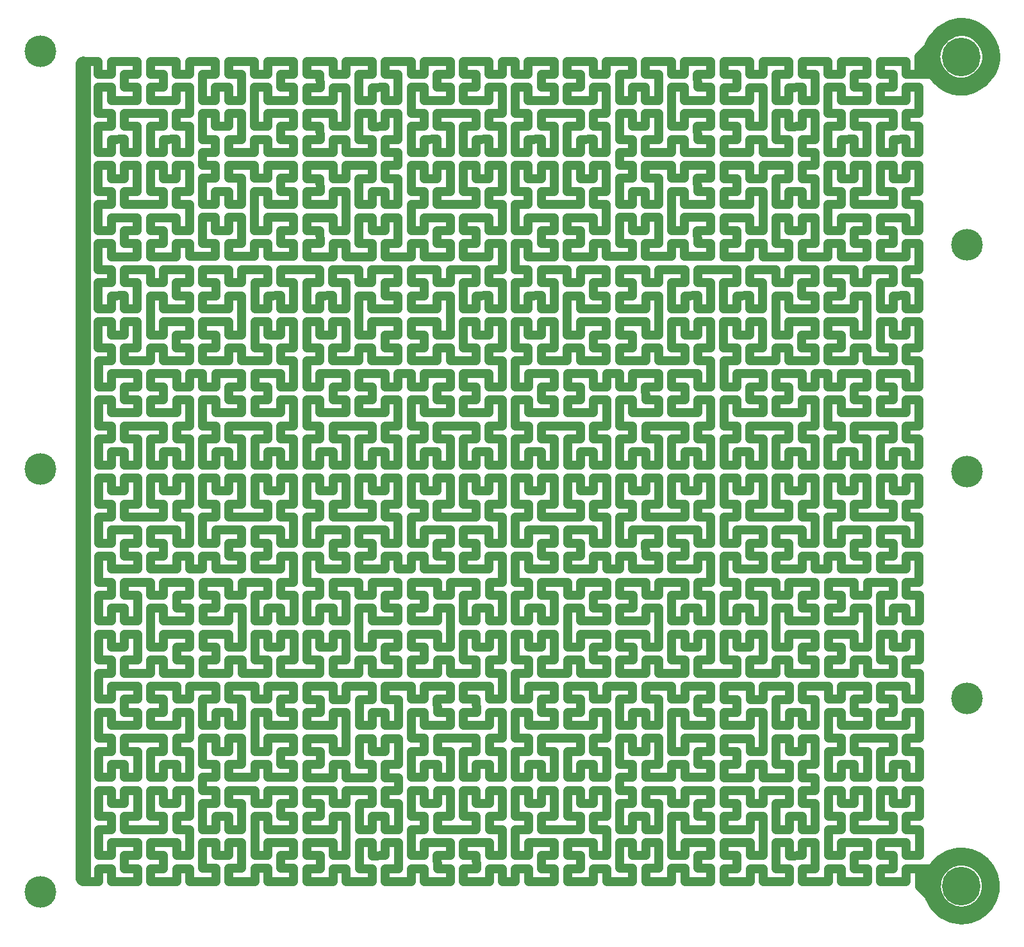
<source format=gtl>
G04*
G04 #@! TF.GenerationSoftware,Altium Limited,Altium Designer,21.6.1 (37)*
G04*
G04 Layer_Physical_Order=1*
G04 Layer_Color=255*
%FSLAX25Y25*%
%MOIN*%
G70*
G04*
G04 #@! TF.SameCoordinates,532E04BB-9670-4093-A683-9B17944729E4*
G04*
G04*
G04 #@! TF.FilePolarity,Positive*
G04*
G01*
G75*
%ADD14C,0.09252*%
%ADD15C,0.04606*%
%ADD16C,0.07874*%
%ADD17C,0.16496*%
%ADD18C,0.20079*%
D14*
X471649Y5194D02*
G03*
X462279Y32712I0J15354D01*
G01*
Y32712D02*
G03*
X459508Y29948I9370J-12163D01*
G01*
X456643Y23799D02*
G03*
X457181Y15406I15006J-3251D01*
G01*
X459508Y29948D02*
G03*
X456643Y23799I12141J-9400D01*
G01*
X457181Y15406D02*
G03*
X471649Y5194I14468J5142D01*
G01*
X460063Y441855D02*
G03*
X459470Y442579I11570J10094D01*
G01*
D15*
X449739Y23556D02*
X453956Y27773D01*
X449739Y23556D02*
Y29643D01*
Y20272D02*
Y23556D01*
Y20272D02*
X460556Y9456D01*
X453941Y442854D02*
X459470D01*
X459237Y29587D02*
X459975D01*
X460541Y463041D02*
X464941Y467441D01*
X456727Y24167D02*
X457220Y23674D01*
X449724Y452224D02*
X460541Y463041D01*
X451307Y29587D02*
X459237D01*
X459470Y442854D02*
X459854D01*
X462554Y32328D02*
X462639Y32244D01*
X459982Y29587D02*
X462639Y32244D01*
X459975Y29587D02*
X459982D01*
X449823D02*
X451307D01*
X457034Y15604D02*
X457737D01*
X449724Y448941D02*
Y452224D01*
Y442854D02*
Y448941D01*
Y442854D02*
X453941D01*
Y444725D01*
X449724Y448941D02*
X453941Y444725D01*
X459854Y442854D02*
X459938Y442939D01*
X226063Y232835D02*
X232835D01*
X226063Y226063D02*
Y232835D01*
X226063Y239650D02*
X232835D01*
X226063D02*
Y246421D01*
X449724Y402224D02*
Y415768D01*
X402323Y320866D02*
Y327638D01*
X348150Y422441D02*
X361693D01*
X368465Y361496D02*
Y381811D01*
X402323Y300551D02*
X409094D01*
X429410Y402224D02*
X436181D01*
X409094Y429311D02*
X422638D01*
X415866Y354725D02*
X422638D01*
X348150Y388583D02*
X354921D01*
X422638Y341181D02*
X436181D01*
X442953Y442854D02*
Y449626D01*
X409094Y375039D02*
Y381811D01*
X361693Y435984D02*
X368465D01*
X449724Y300551D02*
Y314094D01*
X429410Y287008D02*
X442953D01*
X354921Y388583D02*
X354965Y381811D01*
X436181Y334409D02*
Y341181D01*
X442953Y381811D02*
X449724D01*
X409094Y415768D02*
Y422539D01*
Y408996D02*
X415866Y409039D01*
X348150Y449528D02*
X361693D01*
X415866Y395354D02*
X422638D01*
X429410Y314094D02*
X436181D01*
X415866Y320866D02*
Y327638D01*
X429410Y266693D02*
Y273465D01*
X436181Y415768D02*
Y422539D01*
X382008Y375040D02*
Y381811D01*
X361693Y442756D02*
X368465D01*
X415866Y381811D02*
X422638D01*
X415866Y402224D02*
Y408996D01*
X422638Y293780D02*
X436181D01*
X361693Y347953D02*
Y354725D01*
X449724Y259921D02*
Y273465D01*
X348150Y442756D02*
X354921D01*
X415866Y307323D02*
Y314094D01*
X402323Y361496D02*
Y375039D01*
X415866Y415768D02*
Y422539D01*
X368465Y347953D02*
Y354725D01*
X415866Y375039D02*
X436181D01*
X368465Y402126D02*
Y408898D01*
X442953Y293780D02*
Y300551D01*
X429410Y368268D02*
X442953D01*
Y280236D02*
X449724D01*
X429410Y442854D02*
Y449626D01*
X388779Y375040D02*
X395551D01*
X422638Y334409D02*
Y341181D01*
X415823Y361496D02*
X415866Y354725D01*
X442953Y402224D02*
Y408996D01*
X402323Y293780D02*
X415866D01*
X402323Y375039D02*
X409094D01*
X368465Y415669D02*
Y435984D01*
X442953Y300551D02*
X449724D01*
X442953Y280236D02*
Y287008D01*
X375236Y408898D02*
X382008D01*
X449724Y239606D02*
Y253150D01*
X415866Y361496D02*
X422638D01*
X402323Y307323D02*
X409094D01*
X442953Y415768D02*
Y422539D01*
X361693Y408898D02*
X368465D01*
X436181Y375039D02*
Y381811D01*
X442953Y293780D02*
X449724D01*
X429410Y442854D02*
X436181D01*
X388779Y375040D02*
Y381811D01*
X415866Y334409D02*
X422638D01*
X436181Y408996D02*
X442953Y409039D01*
X422638Y347953D02*
Y354725D01*
X402323Y293780D02*
Y300551D01*
X348150Y429213D02*
Y435984D01*
X402323Y395354D02*
X409094D01*
X442953Y314094D02*
X449724D01*
X442953Y253150D02*
X449724D01*
X429410Y280236D02*
Y287008D01*
X442953Y442854D02*
X449724D01*
X368465Y388583D02*
Y395354D01*
X442953Y320866D02*
X449724D01*
X375236Y375040D02*
Y388583D01*
X402323Y327638D02*
X409094D01*
X449724Y422539D02*
Y436083D01*
X402323Y442854D02*
Y449528D01*
X422638Y402224D02*
Y415768D01*
X361693Y442756D02*
Y449528D01*
X422638Y381811D02*
Y395354D01*
X436181Y293780D02*
Y300551D01*
X442953Y273465D02*
X449724D01*
X442953Y334409D02*
X449724D01*
X388780Y449528D02*
X402323D01*
X395551Y395354D02*
Y402126D01*
X361693Y388583D02*
X368465D01*
X442953Y320866D02*
Y327638D01*
X436181Y402224D02*
Y408996D01*
X409094Y347953D02*
X422638D01*
X415866Y300551D02*
X422638D01*
X348150Y435984D02*
X354921D01*
X409094Y388583D02*
Y395354D01*
X442953Y307323D02*
Y314094D01*
X422638Y442854D02*
Y449626D01*
X449724Y361496D02*
Y375039D01*
X382008Y402126D02*
Y408898D01*
X442953Y266693D02*
Y273465D01*
X429410Y280236D02*
X436181D01*
X402323Y381811D02*
X409094D01*
X442953Y253150D02*
Y259921D01*
X409094Y388539D02*
X415866Y388583D01*
X354921Y442756D02*
X354965Y435984D01*
X402323Y402224D02*
Y415768D01*
X429410Y300551D02*
Y314094D01*
X429410Y266693D02*
X442953D01*
X415866Y293780D02*
Y300551D01*
X429410Y402224D02*
Y415768D01*
X402323Y354725D02*
X409094D01*
X422638Y307323D02*
Y327638D01*
X409094Y347953D02*
Y354725D01*
X422638Y293780D02*
Y300551D01*
X442953Y347953D02*
Y354725D01*
Y259921D02*
X449724D01*
X429410Y273465D02*
X436181D01*
X429410Y300551D02*
X436181D01*
X348150Y442756D02*
Y449528D01*
X415866Y388583D02*
Y395354D01*
X402323Y402224D02*
X409094D01*
X436181Y307323D02*
Y314094D01*
X375236Y429213D02*
Y442756D01*
X388780Y395354D02*
X395551D01*
X409094Y334409D02*
X409138Y327638D01*
X429410Y429311D02*
Y436083D01*
X382008Y388583D02*
Y395354D01*
X368465Y442756D02*
Y449528D01*
X415866Y375039D02*
Y381811D01*
X415866Y307323D02*
X422638D01*
X415866Y402224D02*
X422638D01*
X402323Y442854D02*
X409094D01*
X388780Y402126D02*
Y408898D01*
X348150Y402126D02*
Y408898D01*
X429410Y395354D02*
X436181D01*
X449724Y280236D02*
Y293780D01*
X388780Y429213D02*
X395551D01*
X422638Y361496D02*
Y368268D01*
X442953Y422539D02*
X449724D01*
X402323Y307323D02*
Y314094D01*
X415866Y422539D02*
X436181D01*
X368465Y449528D02*
X382008D01*
X402323Y361496D02*
X409094D01*
X402323Y314094D02*
X415866D01*
X402323Y347953D02*
Y354725D01*
X429410Y415768D02*
X436181D01*
X415866Y327638D02*
X422638D01*
X442953Y436083D02*
X449724D01*
X375236Y388583D02*
X382008D01*
X402323Y320866D02*
X415866D01*
X361693Y361496D02*
Y368268D01*
X429410Y449626D02*
X442953D01*
X368465Y395354D02*
X382008D01*
X402323Y334409D02*
X409094D01*
X442953Y361496D02*
Y368268D01*
X395551Y408898D02*
Y422441D01*
X429410Y436083D02*
X436181D01*
X375236Y375040D02*
X382008D01*
X402323Y334409D02*
Y341181D01*
X449724Y341181D02*
Y354725D01*
X429410Y429311D02*
X442953D01*
X395551Y375040D02*
Y388583D01*
X402323Y341181D02*
X415866D01*
X382008Y381811D02*
X388779Y381854D01*
X436181Y442854D02*
X436225Y436083D01*
X415866Y334409D02*
Y341181D01*
X442953Y354725D02*
X449724D01*
X348150Y375040D02*
X361693D01*
X429410Y334409D02*
X436181D01*
X348150Y381811D02*
X354921D01*
X429410Y320866D02*
Y334409D01*
X348150Y388583D02*
Y395354D01*
X429410Y320866D02*
X436181D01*
X348150Y375040D02*
Y381811D01*
X436181Y320866D02*
Y327638D01*
X348150Y395354D02*
X361693D01*
X449724Y320866D02*
Y334409D01*
X361693Y381811D02*
X368465D01*
X442953Y334409D02*
Y341181D01*
X436181Y388539D02*
X442953Y388583D01*
X354921Y415669D02*
X354965Y408898D01*
X442953Y341181D02*
X449724D01*
X375236Y354725D02*
X382008D01*
X382008Y415626D02*
X388780Y415669D01*
X422638Y429311D02*
Y436083D01*
X429410Y347953D02*
X442953D01*
X375236Y422441D02*
X382008D01*
X415866Y442854D02*
X422638D01*
X429410Y347953D02*
Y354725D01*
X415823Y442854D02*
X415866Y436083D01*
X382008Y415669D02*
Y422441D01*
X429410Y354725D02*
X436181D01*
X429410Y361496D02*
X436181D01*
X402323Y436083D02*
X409094D01*
X388780Y415669D02*
Y422441D01*
X429410Y361496D02*
Y368268D01*
X402323Y422539D02*
Y436083D01*
X368465Y402126D02*
X382008D01*
X442953Y388583D02*
Y395354D01*
X388780Y442756D02*
X395551D01*
X388780Y422441D02*
X395551D01*
X409094Y429311D02*
Y436083D01*
X442953Y361496D02*
X449724D01*
X409094Y402224D02*
Y408996D01*
X361693Y415669D02*
X368465D01*
X442953Y375039D02*
X449724D01*
X402323Y422539D02*
X409094D01*
X361693Y415669D02*
Y422441D01*
X442953Y375039D02*
Y381811D01*
X415866Y436083D02*
X422638D01*
X388780Y408898D02*
X395551D01*
X348150Y415669D02*
Y422441D01*
X449724Y381811D02*
Y395354D01*
X348150Y415669D02*
X354921D01*
X442953Y395354D02*
X449724D01*
X348150Y408898D02*
X354921D01*
X436181Y388583D02*
Y395354D01*
X348150Y402126D02*
X361693D01*
X429410Y381811D02*
Y395354D01*
Y381811D02*
X436181D01*
X348150Y354725D02*
X354921D01*
X436181Y307280D02*
X442953Y307323D01*
X402323Y415768D02*
X409094D01*
X348150Y429213D02*
X361693D01*
X402323Y381811D02*
Y395354D01*
X375236Y442756D02*
X382008D01*
X388780Y347953D02*
X402323D01*
X409094Y361496D02*
Y368268D01*
X409094Y307323D02*
X409138Y300551D01*
X442953Y402224D02*
X449724D01*
X409094Y368268D02*
X422638D01*
X361693Y429213D02*
Y435984D01*
X361693Y361496D02*
X368465D01*
X382008Y442756D02*
Y449528D01*
X388780Y347953D02*
Y354725D01*
X375236Y429213D02*
X382008D01*
X388780Y354725D02*
X395551D01*
X382008Y435984D02*
X388780Y436028D01*
X388780Y368268D02*
X395551D01*
X395551Y429213D02*
Y442756D01*
X395551Y354725D02*
Y368268D01*
X388780Y429213D02*
Y435984D01*
X388780Y361496D02*
Y368268D01*
X382008Y361496D02*
Y368268D01*
X375236D02*
X382008D01*
X375236Y354725D02*
Y368268D01*
X382008Y347953D02*
Y354725D01*
X368465Y347953D02*
X382008D01*
X361693Y354725D02*
X368465D01*
X348150Y347953D02*
X361693D01*
X348150D02*
Y354725D01*
X436181Y361496D02*
X436224Y354725D01*
X409094Y449626D02*
X422638D01*
X375236Y408898D02*
Y422441D01*
X348150Y361496D02*
X354921D01*
X348150D02*
Y368268D01*
X361693D01*
Y375040D02*
Y381811D01*
X382008Y429213D02*
Y435984D01*
X388780Y388583D02*
Y395354D01*
X436181Y327638D02*
X442953Y327681D01*
X361693Y388583D02*
Y395354D01*
X409094Y442854D02*
Y449626D01*
X388780Y388583D02*
X395551D01*
X388780Y442756D02*
Y449528D01*
Y402126D02*
X395551D01*
X361693Y402126D02*
Y408898D01*
X415866Y415768D02*
X422638D01*
X442953D02*
X449724D01*
X442953Y429311D02*
Y436083D01*
X436181Y280236D02*
X436224Y273465D01*
X382008Y361453D02*
X388780Y361496D01*
X354921D02*
X354965Y354725D01*
X381909Y334409D02*
Y341181D01*
X409094Y280236D02*
Y287008D01*
X415866Y253150D02*
X422638D01*
X381909Y307323D02*
Y314094D01*
X361595Y334409D02*
X368366D01*
X348150Y293780D02*
X354823D01*
X348051Y300551D02*
X354823D01*
X388780Y266693D02*
Y273465D01*
Y253150D02*
X395551D01*
X354921Y280236D02*
Y287008D01*
X361693Y253150D02*
X368465D01*
X327638Y442854D02*
Y449626D01*
Y415768D02*
Y422540D01*
X307323Y442854D02*
X314094D01*
X293780Y408996D02*
X300551D01*
X327638Y388681D02*
Y395453D01*
Y361595D02*
Y368366D01*
X307323Y388681D02*
X314094D01*
X293780Y354823D02*
X300551D01*
X280236Y429311D02*
Y436083D01*
Y415768D02*
X287008D01*
X246378Y442854D02*
Y449626D01*
X253150Y415768D02*
X259921D01*
X287008Y348051D02*
Y354725D01*
X280236Y347953D02*
Y354725D01*
X266693Y381811D02*
X273465D01*
X246378Y361496D02*
Y368268D01*
X334508Y334409D02*
X341280D01*
X320965Y300551D02*
X327736D01*
X307421Y320866D02*
Y327638D01*
Y293780D02*
Y300551D01*
X334508Y266693D02*
Y273465D01*
Y253150D02*
X341280D01*
X300650Y280236D02*
Y287008D01*
X307421Y253150D02*
X314193D01*
X273465Y307323D02*
Y314095D01*
Y334409D02*
Y341181D01*
X253150Y334409D02*
X259921D01*
X239705Y293780D02*
X246378D01*
X280335Y266693D02*
Y273465D01*
Y253150D02*
X287106D01*
X246476Y280236D02*
Y287008D01*
X253248Y253150D02*
X260020D01*
X429410Y219291D02*
X436181D01*
X442953Y185433D02*
Y192205D01*
X409094Y198976D02*
Y205748D01*
X443051Y178662D02*
X449724D01*
X443051Y171890D02*
X449823D01*
X429508Y138031D02*
X436280D01*
X415965Y158346D02*
Y165118D01*
Y131260D02*
Y138031D01*
X402323Y219291D02*
X409094D01*
X375236Y219291D02*
X382008D01*
X388780Y185433D02*
Y192205D01*
X348150Y219291D02*
X354921D01*
Y198977D02*
Y205748D01*
X382008Y171890D02*
Y178662D01*
Y144803D02*
Y151575D01*
X361693Y171890D02*
X368465D01*
X348150Y138032D02*
X354921D01*
X443051Y104173D02*
Y110945D01*
Y90630D02*
X449823D01*
X402421Y117717D02*
Y124390D01*
X409193Y117717D02*
Y124488D01*
X415965Y90630D02*
X422736D01*
X429508Y56673D02*
X436280D01*
X443051Y22815D02*
Y29587D01*
X402421Y56673D02*
X409193D01*
Y36358D02*
Y43130D01*
X388878Y117618D02*
X395650D01*
X375335Y83760D02*
X382106D01*
X361791Y104075D02*
Y110846D01*
Y76988D02*
Y83760D01*
X388878Y63445D02*
X395650D01*
X375335Y29587D02*
X382106D01*
X361791Y49902D02*
Y56673D01*
Y22815D02*
Y29587D01*
X320965Y219291D02*
X327736D01*
X334606Y178662D02*
X341280D01*
X334508Y185433D02*
Y192205D01*
X293878Y219291D02*
X300650D01*
Y198977D02*
Y205748D01*
X334606Y171890D02*
X341378D01*
X321063Y138032D02*
X327835D01*
X307520Y158346D02*
Y165118D01*
Y131260D02*
Y138032D01*
X266791Y219291D02*
X273563D01*
X280335Y185433D02*
Y192205D01*
X239705Y219291D02*
X246476D01*
Y198977D02*
Y205748D01*
X273563Y171890D02*
Y178662D01*
Y144803D02*
Y151575D01*
X253248Y171890D02*
X260020D01*
X239705Y138032D02*
X246476D01*
X327736Y117717D02*
Y124488D01*
Y90630D02*
Y97402D01*
X307421Y117717D02*
X314193D01*
X293878Y83858D02*
X300650D01*
X327736Y63543D02*
Y70315D01*
Y36457D02*
Y43228D01*
X307421Y63543D02*
X314193D01*
X293878Y29685D02*
X300650D01*
X280335Y104173D02*
Y110945D01*
Y90630D02*
X287106D01*
X246476Y117717D02*
Y124488D01*
X253248Y90630D02*
X260020D01*
X266791Y56673D02*
X273563D01*
X287106Y22914D02*
Y29587D01*
X280335Y22815D02*
Y29587D01*
X239705Y56673D02*
X246476D01*
Y36358D02*
Y43130D01*
X226063Y429311D02*
Y436083D01*
Y415768D02*
X232835D01*
X185433Y442854D02*
Y449528D01*
X192205Y442854D02*
Y449626D01*
X198976Y415768D02*
X205748D01*
X239606Y381811D02*
X246378D01*
X212520Y381811D02*
X219291D01*
X226063Y347953D02*
Y354725D01*
X192205Y361496D02*
Y368268D01*
X171890Y442756D02*
X178662D01*
X158346Y408898D02*
X165118D01*
X144803Y429213D02*
Y435984D01*
Y402126D02*
Y408898D01*
X171890Y388583D02*
X178661D01*
X185433Y381811D02*
X192205D01*
X158346Y354725D02*
X165118D01*
X144803Y375040D02*
Y381811D01*
Y347953D02*
Y354725D01*
X226063Y334409D02*
X232835D01*
X239606Y300551D02*
X246378D01*
X212520Y300551D02*
X219291D01*
X198976Y320866D02*
Y327638D01*
Y293780D02*
Y300551D01*
X226063Y266693D02*
Y273465D01*
Y253150D02*
X232835D01*
X192205Y280236D02*
Y287008D01*
X198976Y253150D02*
X205748D01*
X165020Y334409D02*
Y341181D01*
Y307323D02*
Y314094D01*
X144705Y334409D02*
X151476D01*
X131260Y293780D02*
X137933D01*
X131161Y300551D02*
X137933D01*
X171890Y266693D02*
Y273465D01*
Y253150D02*
X178662D01*
X144803D02*
X151575D01*
X138031Y280236D02*
Y287008D01*
X110748Y442854D02*
Y449626D01*
Y415768D02*
Y422540D01*
X90433Y442854D02*
X97205D01*
X76890Y408996D02*
X83662D01*
X110748Y388681D02*
Y395453D01*
Y361595D02*
Y368366D01*
X90433Y388681D02*
X97205D01*
X76890Y354823D02*
X83662D01*
X63347Y429311D02*
Y436083D01*
Y415768D02*
X70118D01*
X36260D02*
X43032D01*
X29488Y442854D02*
Y449626D01*
X49803Y381811D02*
X56575D01*
X70118Y348051D02*
Y354725D01*
X63346Y347953D02*
Y354725D01*
X22717Y381811D02*
X29488D01*
Y361496D02*
Y368268D01*
X117618Y334409D02*
X124390D01*
X104075Y300551D02*
X110846D01*
X90532Y320866D02*
Y327638D01*
Y293780D02*
Y300551D01*
X117618Y266693D02*
Y273465D01*
Y253150D02*
X124390D01*
X83760Y280236D02*
Y287008D01*
X90532Y253150D02*
X97303D01*
X56575Y307323D02*
Y314095D01*
Y334409D02*
Y341181D01*
X36260Y334409D02*
X43031D01*
X22717Y300551D02*
X29488D01*
X22815Y293780D02*
X29488D01*
X63445Y266693D02*
Y273465D01*
Y253150D02*
X70217D01*
X29587Y280236D02*
Y287008D01*
X36358Y253150D02*
X43130D01*
X212520Y219291D02*
X219291D01*
X226063Y185433D02*
Y192205D01*
X185433Y219291D02*
X192205D01*
Y198976D02*
Y205748D01*
X226162Y178662D02*
X232835D01*
X226162Y171890D02*
X232933D01*
X212618Y138031D02*
X219390D01*
X199075Y158346D02*
Y165118D01*
Y131260D02*
Y138031D01*
X158346Y219291D02*
X165118D01*
X171890Y185433D02*
Y192205D01*
X131260Y219291D02*
X138032D01*
Y198977D02*
Y205748D01*
X165118Y171890D02*
Y178662D01*
Y144803D02*
Y151575D01*
X144803Y171890D02*
X151575D01*
X131260Y138032D02*
X138032D01*
X226162Y104173D02*
Y110945D01*
Y90630D02*
X232933D01*
X185531Y117717D02*
Y124390D01*
X192303Y117717D02*
Y124488D01*
X199075Y90630D02*
X205847D01*
X212618Y56673D02*
X219390D01*
X226162Y22815D02*
Y29587D01*
X185531Y56673D02*
X192303D01*
Y36358D02*
Y43130D01*
X171988Y117618D02*
X178760D01*
X158445Y83760D02*
X165217D01*
X144902Y104075D02*
Y110846D01*
Y76988D02*
Y83760D01*
X171988Y63445D02*
X178760D01*
X158445Y29587D02*
X165217D01*
X144902Y49902D02*
Y56673D01*
Y22815D02*
Y29587D01*
X104075Y219291D02*
X110846D01*
X117618Y185433D02*
Y192205D01*
X76988Y219291D02*
X83760D01*
Y198977D02*
Y205748D01*
X117717Y178662D02*
X124390D01*
X117717Y171890D02*
X124488D01*
X104173Y138032D02*
X110945D01*
X90630Y158346D02*
Y165118D01*
Y131260D02*
Y138032D01*
X49902Y219291D02*
X56673D01*
X63445Y185433D02*
Y192205D01*
X22815Y219291D02*
X29587D01*
Y198977D02*
Y205748D01*
X56673Y171890D02*
Y178662D01*
Y144803D02*
Y151575D01*
X36358Y171890D02*
X43130D01*
X22815Y138032D02*
X29587D01*
X110847Y117717D02*
Y124488D01*
Y90630D02*
Y97402D01*
X90532Y117717D02*
X97303D01*
X76988Y83858D02*
X83760D01*
X110846Y63543D02*
Y70315D01*
Y36457D02*
Y43228D01*
X90532Y63543D02*
X97303D01*
X76988Y29685D02*
X83760D01*
X63445Y104173D02*
Y110945D01*
Y90630D02*
X70217D01*
X29587Y117717D02*
Y124488D01*
X36358Y90630D02*
X43130D01*
X49902Y56673D02*
X56673D01*
X70217Y22914D02*
Y29587D01*
X63445Y22815D02*
Y29587D01*
X22815Y56673D02*
X29587D01*
Y36358D02*
Y43130D01*
X232835Y219291D02*
Y232835D01*
X232835Y239650D02*
Y253150D01*
X239705Y239606D02*
Y253150D01*
X246476D01*
X239705Y239606D02*
X246476D01*
Y246378D01*
X14941Y449626D02*
X22717D01*
X415866Y273465D02*
X422638D01*
X409094Y266693D02*
X422638D01*
X409094D02*
Y273465D01*
X402323D02*
X409094D01*
X422638Y266693D02*
Y273465D01*
X409094Y287008D02*
X422638D01*
X415823Y280236D02*
X415866Y273465D01*
Y280236D02*
X422638D01*
Y287008D01*
X402323Y259921D02*
Y273465D01*
X409094Y239606D02*
Y246378D01*
X402323Y259921D02*
X409094D01*
Y253150D02*
Y259921D01*
X402323Y253150D02*
X409094D01*
X402323Y239606D02*
Y253150D01*
Y239606D02*
X409094D01*
Y246378D02*
X415866Y246421D01*
X422638Y239606D02*
Y253150D01*
X415866Y239606D02*
Y246378D01*
Y239606D02*
X422638D01*
X415866Y253150D02*
Y259921D01*
X436181D01*
X442953Y239606D02*
X449724D01*
X442953D02*
Y246378D01*
X436181D02*
X442953Y246421D01*
X436181Y239606D02*
Y246378D01*
X429410Y239606D02*
X436181D01*
X429410D02*
Y253150D01*
X436181D01*
Y259921D01*
X402323Y280236D02*
Y287008D01*
Y280236D02*
X409094D01*
X395551Y287008D02*
X402323D01*
X395551Y280236D02*
Y287008D01*
X388780Y280236D02*
X395551D01*
X388780D02*
Y287008D01*
X375236D02*
X388780D01*
X375236Y280236D02*
Y287008D01*
Y280236D02*
X382008D01*
X382051Y273465D01*
X375236Y266693D02*
X388780D01*
X375236Y273465D02*
X382008D01*
X375236Y266693D02*
Y273465D01*
X388780Y273465D02*
X395551D01*
Y259921D02*
Y273465D01*
X382008Y253150D02*
Y259921D01*
X375236Y253150D02*
X382008D01*
X375236Y239606D02*
Y253150D01*
Y239606D02*
X382008D01*
Y246378D01*
X388780Y246421D01*
X395551Y239606D02*
Y253150D01*
X388780Y239606D02*
Y246378D01*
Y239606D02*
X395551D01*
X388780Y253150D02*
Y259921D01*
X395551D01*
X361693D02*
X382008D01*
X361693Y253150D02*
Y259921D01*
X361693Y239606D02*
X368465D01*
X361693D02*
Y246378D01*
X368465Y239606D02*
Y253150D01*
X354921Y246378D02*
X361693Y246421D01*
X348150Y239606D02*
X354921D01*
X348150D02*
Y253150D01*
X354921D01*
Y259921D01*
X348150D02*
X354921D01*
Y239606D02*
Y246378D01*
X348150Y259921D02*
Y273465D01*
X368465Y280236D02*
Y287008D01*
X361693Y280236D02*
X368465D01*
X361650D02*
X361693Y273465D01*
X354921Y287008D02*
X368465D01*
Y266693D02*
Y273465D01*
X348150D02*
X354921D01*
Y266693D02*
Y273465D01*
Y266693D02*
X368465D01*
X361693Y273465D02*
X368465D01*
X348150Y280236D02*
Y293780D01*
Y280236D02*
X354921D01*
X354823Y293780D02*
Y300551D01*
X361595Y307323D02*
Y314094D01*
X368366Y300551D02*
Y314094D01*
X361595Y300551D02*
X368366D01*
X361595Y293780D02*
Y300551D01*
Y314094D02*
X368366D01*
X348051Y300551D02*
Y314094D01*
X354823Y307280D02*
X361595Y307323D01*
X354823D02*
Y314094D01*
X348051D02*
X354823D01*
X361595Y293780D02*
X375138D01*
X388681Y300551D02*
X395453D01*
X375138Y293780D02*
Y300551D01*
X381909D01*
Y293780D02*
Y300551D01*
Y293780D02*
X395453D01*
Y300551D01*
X388638Y307323D02*
X388681Y300551D01*
X381909Y314094D02*
X395453D01*
X388681Y307323D02*
X395453D01*
Y314094D01*
X375138Y307323D02*
X381909D01*
X375138D02*
Y327638D01*
Y334409D02*
Y341181D01*
Y334409D02*
X381909D01*
X395453Y334409D02*
Y341181D01*
X388681Y334409D02*
X395453D01*
X381909Y341181D02*
X395453D01*
X388638Y334409D02*
X388681Y327638D01*
X395453D01*
Y320866D02*
Y327638D01*
X381909Y320866D02*
X395453D01*
X381909D02*
Y327638D01*
X375138D02*
X381909D01*
X361595Y341181D02*
X375138D01*
X361595Y334409D02*
Y341181D01*
X361595Y320866D02*
X368366D01*
X361595D02*
Y327638D01*
X368366Y320866D02*
Y334409D01*
X354823Y327638D02*
X361595Y327681D01*
X354823Y320866D02*
Y327638D01*
X348051Y320866D02*
X354823D01*
X348051D02*
Y334409D01*
X354823D01*
Y341181D01*
X334508D02*
X354823D01*
X239606Y341181D02*
X246378D01*
Y334409D02*
Y341181D01*
X239606Y334409D02*
X246378D01*
X239606Y320866D02*
Y334409D01*
Y320866D02*
X246378D01*
Y327638D01*
X253150Y327681D01*
X259921Y320866D02*
Y334409D01*
X253150Y320866D02*
Y327638D01*
Y320866D02*
X259921D01*
X253150Y334409D02*
Y341181D01*
X266693D01*
Y327638D02*
X273465D01*
Y320866D02*
Y327638D01*
Y320866D02*
X287008D01*
Y327638D01*
X280236D02*
X287008D01*
X280193Y334409D02*
X280236Y327638D01*
X273465Y341181D02*
X287008D01*
X280236Y334409D02*
X287008D01*
Y341181D01*
X266693Y334409D02*
X273465D01*
X266693D02*
Y341181D01*
Y307323D02*
Y327638D01*
Y307323D02*
X273465D01*
X287008Y307323D02*
Y314095D01*
X280236Y307323D02*
X287008D01*
X273465Y314095D02*
X287008D01*
X280193Y307323D02*
X280236Y300551D01*
X287008Y293780D02*
Y300551D01*
X273465Y293780D02*
X287008D01*
X273465D02*
Y300551D01*
X266693D02*
X273465D01*
X266693Y293780D02*
Y300551D01*
X280236D02*
X287008D01*
X253150Y293780D02*
X266693D01*
X239606Y314095D02*
X246378D01*
Y307323D02*
Y314095D01*
Y307280D02*
X253150Y307323D01*
X239606Y300551D02*
Y314095D01*
X253150D02*
X259921D01*
X253150Y293780D02*
Y300551D01*
X259921D01*
Y314095D01*
X253150Y307323D02*
Y314095D01*
X246378Y293780D02*
Y300551D01*
X239705Y280236D02*
X246476D01*
X239705D02*
Y293780D01*
X253248Y273465D02*
X260020D01*
X246476Y266693D02*
X260020D01*
X246476D02*
Y273465D01*
X239705D02*
X246476D01*
X260020Y266693D02*
Y273465D01*
X246476Y287008D02*
X260020D01*
X253205Y280236D02*
X253248Y273465D01*
Y280236D02*
X260020D01*
Y287008D01*
X239705Y259921D02*
Y273465D01*
X239705Y259921D02*
X246476D01*
Y253150D02*
Y259921D01*
Y246378D02*
X253248Y246421D01*
X260020Y239606D02*
Y253150D01*
X253248Y239606D02*
Y246378D01*
Y239606D02*
X260020D01*
X253248Y253150D02*
Y259921D01*
X273563D01*
X280335D02*
X287106D01*
X280335Y253150D02*
Y259921D01*
X280335Y239606D02*
X287106D01*
X280335D02*
Y246378D01*
X287106Y239606D02*
Y253150D01*
X273563Y246378D02*
X280335Y246421D01*
X273563Y239606D02*
Y246378D01*
X266791Y239606D02*
X273563D01*
X266791D02*
Y253150D01*
X273563D01*
Y259921D01*
X287106D02*
Y273465D01*
X280335D02*
X287106D01*
X266791Y266693D02*
Y273465D01*
X273563D01*
X266791Y266693D02*
X280335D01*
X273563Y280236D02*
X273606Y273465D01*
X266791Y280236D02*
X273563D01*
X266791D02*
Y287008D01*
X280335D01*
Y280236D02*
Y287008D01*
Y280236D02*
X287106D01*
Y287008D01*
X293878D01*
Y280236D02*
X300650D01*
X293878Y280236D02*
Y287008D01*
X341280Y280236D02*
Y293780D01*
X334508Y280236D02*
X341280D01*
X334508D02*
Y287008D01*
X320965D02*
X334508D01*
X320965Y280236D02*
Y287008D01*
Y280236D02*
X327736D01*
X327780Y273465D01*
X320965Y266693D02*
X334508D01*
X320965Y273465D02*
X327736D01*
X320965Y266693D02*
Y273465D01*
X334508Y273465D02*
X341280D01*
Y259921D02*
Y273465D01*
X327736Y253150D02*
Y259921D01*
X320965Y253150D02*
X327736D01*
X320965Y239606D02*
Y253150D01*
Y239606D02*
X327736D01*
Y246378D01*
X334508Y246421D01*
X341280Y239606D02*
Y253150D01*
X334508Y239606D02*
Y246378D01*
Y239606D02*
X341280D01*
X334508Y253150D02*
Y259921D01*
X341280D01*
X307421D02*
X327736D01*
X307421Y253150D02*
Y259921D01*
X307421Y239606D02*
X314193D01*
X307421D02*
Y246378D01*
X314193Y239606D02*
Y253150D01*
X300650Y246378D02*
X307421Y246421D01*
X293878Y239606D02*
X300650D01*
X293878D02*
Y253150D01*
X300650D01*
Y259921D01*
X293878D02*
X300650D01*
Y239606D02*
Y246378D01*
X293878Y259921D02*
Y273465D01*
X314193Y280236D02*
Y287008D01*
X307421Y280236D02*
X314193D01*
X307378D02*
X307421Y273465D01*
X300650Y287008D02*
X314193D01*
Y266693D02*
Y273465D01*
X293878D02*
X300650D01*
Y266693D02*
Y273465D01*
Y266693D02*
X314193D01*
X307421Y273465D02*
X314193D01*
X334508Y293780D02*
X341280D01*
X334508D02*
Y300551D01*
X341280D01*
Y314094D01*
X334508D02*
X341280D01*
X334508Y307323D02*
Y314094D01*
X327736Y307280D02*
X334508Y307323D01*
X320965Y300551D02*
Y314094D01*
X327736Y307323D02*
Y314094D01*
X320965D02*
X327736D01*
X327736Y293780D02*
Y300551D01*
X314193Y293780D02*
X327736D01*
X307421Y307323D02*
X314193D01*
X307421D02*
Y314094D01*
X293878D02*
X307421D01*
X293878Y307323D02*
Y314094D01*
Y307323D02*
X300650D01*
X300693Y300551D01*
X293878Y293780D02*
X307421D01*
X293878Y300551D02*
X300650D01*
X293878Y293780D02*
Y300551D01*
X307421Y300551D02*
X314193D01*
Y293780D02*
Y300551D01*
Y307323D02*
Y327638D01*
X307421D02*
X314193D01*
X293878Y320866D02*
Y327638D01*
X300650D01*
X293878Y320866D02*
X307421D01*
X300650Y334409D02*
X300693Y327638D01*
X293878Y334409D02*
Y341181D01*
X307421D01*
Y334409D02*
Y341181D01*
Y334409D02*
X314193D01*
Y341181D01*
X293878Y334409D02*
X300650D01*
X314193Y341181D02*
X327736D01*
X334508Y320866D02*
X341280D01*
X334508D02*
Y327638D01*
X327736D02*
X334508Y327681D01*
X341280Y320866D02*
Y334409D01*
X320965Y320866D02*
X327736D01*
Y334409D02*
Y341181D01*
X320965Y334409D02*
X327736D01*
X320965Y320866D02*
Y334409D01*
X327736Y320866D02*
Y327638D01*
X334508Y334409D02*
Y341181D01*
X239606Y442854D02*
X246378D01*
X253150Y436083D02*
X259921D01*
X246378Y429311D02*
X259921D01*
X246378D02*
Y436083D01*
X239606D02*
X246378D01*
X259921Y429311D02*
Y436083D01*
X246378Y449626D02*
X259921D01*
X253106Y442854D02*
X253150Y436083D01*
Y442854D02*
X259921D01*
Y449626D01*
X239606Y422540D02*
Y436083D01*
X246378Y402224D02*
Y408996D01*
X239606Y422540D02*
X246378D01*
Y415768D02*
Y422540D01*
X239606Y415768D02*
X246378D01*
X239606Y402224D02*
Y415768D01*
Y402224D02*
X246378D01*
Y408996D02*
X253150Y409039D01*
X259921Y402224D02*
Y415768D01*
X253150Y402224D02*
Y408996D01*
Y402224D02*
X259921D01*
X253150Y415768D02*
Y422540D01*
X273465D01*
X280236D02*
X287008D01*
X280236Y415768D02*
Y422540D01*
X280236Y402224D02*
X287008D01*
X280236D02*
Y408996D01*
X287008Y402224D02*
Y415768D01*
X273465Y408996D02*
X280236Y409039D01*
X273465Y402224D02*
Y408996D01*
X266693Y402224D02*
X273465D01*
X266693D02*
Y415768D01*
X273465D01*
Y422540D01*
X287008D02*
Y436083D01*
X280236D02*
X287008D01*
X266693Y429311D02*
Y436083D01*
X273465D01*
X266693Y429311D02*
X280236D01*
X273465Y442854D02*
X273508Y436083D01*
X266693Y442854D02*
X273465D01*
X266693D02*
Y449626D01*
X280236D01*
Y442854D02*
Y449626D01*
Y442854D02*
X287008D01*
Y449626D01*
X307323Y415768D02*
Y422540D01*
X314095Y408996D02*
Y422540D01*
X307323Y408996D02*
X314095D01*
X307323Y402224D02*
Y408996D01*
Y422540D02*
X314095D01*
X293780Y408996D02*
Y422540D01*
X300551Y415725D02*
X307323Y415768D01*
X300551D02*
Y422540D01*
X293780D02*
X300551D01*
X307323Y402224D02*
X320866D01*
X334409Y408996D02*
X341181D01*
X320866Y402224D02*
Y408996D01*
X327638D01*
Y402224D02*
Y408996D01*
Y402224D02*
X341181D01*
Y408996D01*
X334366Y415768D02*
X334409Y408996D01*
X327638Y422540D02*
X341181D01*
X334409Y415768D02*
X341181D01*
Y422540D01*
X320866Y415768D02*
X327638D01*
X320866D02*
Y436083D01*
Y442854D02*
Y449626D01*
Y442854D02*
X327638D01*
X341181Y442854D02*
Y449626D01*
X334409Y442854D02*
X341181D01*
X327638Y449626D02*
X341181D01*
X334366Y442854D02*
X334409Y436083D01*
X341181D01*
Y429311D02*
Y436083D01*
X327638Y429311D02*
X341181D01*
X327638D02*
Y436083D01*
X320866D02*
X327638D01*
X307323Y449626D02*
X320866D01*
X307323Y442854D02*
Y449626D01*
X307323Y429311D02*
X314094D01*
X307323D02*
Y436083D01*
X314094Y429311D02*
Y442854D01*
X300551Y436083D02*
X307323Y436126D01*
X300551Y429311D02*
Y436083D01*
X293780Y429311D02*
X300551D01*
X293780D02*
Y442854D01*
X300551D01*
Y449626D01*
X287008D02*
X300551D01*
X293780Y402224D02*
X300551D01*
X300551D02*
Y408996D01*
X293780Y395453D02*
Y402224D01*
Y395453D02*
X300551D01*
Y388681D02*
Y395453D01*
X293780Y388681D02*
X300551D01*
X293780Y375138D02*
Y388681D01*
Y375138D02*
X300551D01*
Y381909D01*
X307323Y381953D01*
X314094Y375138D02*
Y388681D01*
X307323Y375138D02*
Y381909D01*
Y375138D02*
X314094D01*
X307323Y388681D02*
Y395453D01*
X320866D01*
Y381909D02*
X327638D01*
Y375138D02*
Y381909D01*
Y375138D02*
X341181D01*
Y381909D01*
X334409D02*
X341181D01*
X334366Y388681D02*
X334409Y381909D01*
X327638Y395453D02*
X341181D01*
X334409Y388681D02*
X341181D01*
Y395453D01*
X320866Y388681D02*
X327638D01*
X320866D02*
Y395453D01*
Y361595D02*
Y381909D01*
Y361595D02*
X327638D01*
X341181Y361595D02*
Y368366D01*
X334409Y361595D02*
X341181D01*
X327638Y368366D02*
X341181D01*
X334366Y361595D02*
X334409Y354823D01*
X341181Y348051D02*
Y354823D01*
X327638Y348051D02*
X341181D01*
X327638D02*
Y354823D01*
X320866D02*
X327638D01*
X320866Y348051D02*
Y354823D01*
X334409D02*
X341181D01*
X307323Y348051D02*
X320866D01*
X293780Y368366D02*
X300551D01*
Y361595D02*
Y368366D01*
Y361551D02*
X307323Y361595D01*
X293780Y354823D02*
Y368366D01*
X307323D02*
X314094D01*
X307323Y348051D02*
Y354823D01*
X314094D01*
Y368366D01*
X307323Y361595D02*
Y368366D01*
X287008Y348051D02*
X300551D01*
Y354823D01*
X280236Y354725D02*
X287008D01*
X266693Y361496D02*
X273465D01*
X266693Y368268D02*
X280236D01*
Y361496D02*
Y368268D01*
Y361496D02*
X287008D01*
X266693D02*
Y368268D01*
Y347953D02*
X280236D01*
X273465Y361496D02*
X273508Y354725D01*
X266693D02*
X273465D01*
X266693Y347953D02*
Y354725D01*
X287008Y361496D02*
Y375040D01*
X280236Y388583D02*
Y395354D01*
Y375040D02*
X287008D01*
X280236D02*
Y381811D01*
X287008D01*
Y395354D01*
X280236D02*
X287008D01*
X273465Y388540D02*
X280236Y388583D01*
X266693Y381811D02*
Y395354D01*
X273465Y388583D02*
Y395354D01*
X266693D02*
X273465D01*
X273465Y375040D02*
Y381811D01*
X253150Y375040D02*
X273465D01*
X239606D02*
X246378D01*
Y381811D01*
X239606Y395354D02*
X246378D01*
Y388583D02*
Y395354D01*
X239606Y381811D02*
Y395354D01*
X246378Y388540D02*
X253150Y388583D01*
Y395354D01*
X259921D01*
Y381811D02*
Y395354D01*
X253150Y381811D02*
X259921D01*
X253150Y375040D02*
Y381811D01*
X239606Y361496D02*
Y375040D01*
Y361496D02*
X246378D01*
X259921Y361496D02*
Y368268D01*
X253150Y361496D02*
X259921D01*
X246378Y368268D02*
X259921D01*
X253106Y361496D02*
X253150Y354725D01*
X259921D01*
Y347953D02*
Y354725D01*
X246378Y347953D02*
X259921D01*
X246378D02*
Y354725D01*
X239606D02*
X246378D01*
X239606Y341181D02*
Y354725D01*
X239606Y442854D02*
Y449626D01*
X22717Y442854D02*
Y449626D01*
X232835D02*
X239606D01*
X22717Y341181D02*
Y354725D01*
X29488D01*
Y347953D02*
Y354725D01*
Y347953D02*
X43031D01*
Y354725D01*
X36260D02*
X43031D01*
X36217Y361496D02*
X36260Y354725D01*
X29488Y368268D02*
X43031D01*
X36260Y361496D02*
X43031D01*
Y368268D01*
X22717Y361496D02*
X29488D01*
X22717D02*
Y375040D01*
X36260D02*
Y381811D01*
X43031D01*
Y395354D01*
X36260D02*
X43031D01*
X36260Y388583D02*
Y395354D01*
X29488Y388540D02*
X36260Y388583D01*
X22717Y381811D02*
Y395354D01*
X29488Y388583D02*
Y395354D01*
X22717D02*
X29488D01*
X29488Y375040D02*
Y381811D01*
X22717Y375040D02*
X29488D01*
X36260D02*
X56575D01*
Y381811D01*
X49803Y395354D02*
X56575D01*
Y388583D02*
Y395354D01*
X49803Y381811D02*
Y395354D01*
X56575Y388540D02*
X63346Y388583D01*
Y395354D02*
X70118D01*
Y381811D02*
Y395354D01*
X63346Y381811D02*
X70118D01*
X63346Y375040D02*
Y381811D01*
Y375040D02*
X70118D01*
X63346Y388583D02*
Y395354D01*
X70118Y361496D02*
Y375040D01*
X49803Y347953D02*
Y354725D01*
X56575D01*
Y361496D02*
X56618Y354725D01*
X49803Y347953D02*
X63346D01*
X49803Y361496D02*
Y368268D01*
X63346Y361496D02*
X70118D01*
X63346D02*
Y368268D01*
X49803D02*
X63346D01*
X49803Y361496D02*
X56575D01*
X63346Y354725D02*
X70118D01*
X83662Y348051D02*
Y354823D01*
X70118Y348051D02*
X83662D01*
X90433Y361595D02*
Y368366D01*
X97205Y354823D02*
Y368366D01*
X90433Y354823D02*
X97205D01*
X90433Y348051D02*
Y354823D01*
Y368366D02*
X97205D01*
X76890Y354823D02*
Y368366D01*
X83662Y361551D02*
X90433Y361595D01*
X83662D02*
Y368366D01*
X76890D02*
X83662D01*
X90433Y348051D02*
X103976D01*
X117520Y354823D02*
X124291D01*
X103976Y348051D02*
Y354823D01*
X110748D01*
Y348051D02*
Y354823D01*
Y348051D02*
X124291D01*
Y354823D01*
X117476Y361595D02*
X117520Y354823D01*
X110748Y368366D02*
X124291D01*
X117520Y361595D02*
X124291D01*
Y368366D01*
X103976Y361595D02*
X110748D01*
X103976D02*
Y381909D01*
Y388681D02*
Y395453D01*
Y388681D02*
X110748D01*
X124291Y388681D02*
Y395453D01*
X117520Y388681D02*
X124291D01*
X110748Y395453D02*
X124291D01*
X117476Y388681D02*
X117520Y381909D01*
X124291D01*
Y375138D02*
Y381909D01*
X110748Y375138D02*
X124291D01*
X110748D02*
Y381909D01*
X103976D02*
X110748D01*
X90433Y395453D02*
X103976D01*
X90433Y388681D02*
Y395453D01*
X90433Y375138D02*
X97205D01*
X90433D02*
Y381909D01*
X97205Y375138D02*
Y388681D01*
X83662Y381909D02*
X90433Y381953D01*
X83662Y375138D02*
Y381909D01*
X76890Y375138D02*
X83662D01*
X76890D02*
Y388681D01*
X83662D01*
Y395453D01*
X76890D02*
X83662D01*
X76890D02*
Y402224D01*
X83662D02*
Y408996D01*
X76890Y402224D02*
X83662D01*
X70118Y449626D02*
X83662D01*
Y442854D02*
Y449626D01*
X76890Y442854D02*
X83662D01*
X76890Y429311D02*
Y442854D01*
Y429311D02*
X83662D01*
Y436083D01*
X90433Y436126D01*
X97205Y429311D02*
Y442854D01*
X90433Y429311D02*
Y436083D01*
Y429311D02*
X97205D01*
X90433Y442854D02*
Y449626D01*
X103977D01*
Y436083D02*
X110748D01*
Y429311D02*
Y436083D01*
Y429311D02*
X124291D01*
Y436083D01*
X117520D02*
X124291D01*
X117476Y442854D02*
X117520Y436083D01*
X110748Y449626D02*
X124291D01*
X117520Y442854D02*
X124291D01*
Y449626D01*
X103977Y442854D02*
X110748D01*
X103977D02*
Y449626D01*
Y415768D02*
Y436083D01*
Y415768D02*
X110748D01*
X124291Y415768D02*
Y422540D01*
X117520Y415768D02*
X124291D01*
X110748Y422540D02*
X124291D01*
X117476Y415768D02*
X117520Y408996D01*
X124291Y402224D02*
Y408996D01*
X110748Y402224D02*
X124291D01*
X110748D02*
Y408996D01*
X103977D02*
X110748D01*
X103977Y402224D02*
Y408996D01*
X117520D02*
X124291D01*
X90433Y402224D02*
X103977D01*
X76890Y422540D02*
X83662D01*
Y415768D02*
Y422540D01*
Y415725D02*
X90433Y415768D01*
X76890Y408996D02*
Y422540D01*
X90433D02*
X97205D01*
X90433Y402224D02*
Y408996D01*
X97205D01*
Y422540D01*
X90433Y415768D02*
Y422540D01*
X70118Y442854D02*
Y449626D01*
X63347Y442854D02*
X70118D01*
X63347D02*
Y449626D01*
X49803D02*
X63347D01*
X49803Y442854D02*
Y449626D01*
Y442854D02*
X56575D01*
X56618Y436083D01*
X49803Y429311D02*
X63347D01*
X49803Y436083D02*
X56575D01*
X49803Y429311D02*
Y436083D01*
X63347Y436083D02*
X70118D01*
Y422540D02*
Y436083D01*
X56575Y415768D02*
Y422540D01*
X49803Y415768D02*
X56575D01*
X49803Y402224D02*
Y415768D01*
Y402224D02*
X56575D01*
Y408996D01*
X63346Y409039D01*
X70118Y402224D02*
Y415768D01*
X63346Y402224D02*
Y408996D01*
Y402224D02*
X70118D01*
X63347Y415768D02*
Y422540D01*
X70118D01*
X36260D02*
X56575D01*
X36260Y415768D02*
Y422540D01*
X36260Y402224D02*
X43032D01*
X36260D02*
Y408996D01*
X43032Y402224D02*
Y415768D01*
X29488Y408996D02*
X36260Y409039D01*
X22717Y402224D02*
X29488D01*
X22717D02*
Y415768D01*
X29488D01*
Y422540D01*
X22717D02*
X29488D01*
Y402224D02*
Y408996D01*
X22717Y422540D02*
Y436083D01*
X43032Y442854D02*
Y449626D01*
X36260Y442854D02*
X43032D01*
X36217D02*
X36260Y436083D01*
X29488Y449626D02*
X43032D01*
Y429311D02*
Y436083D01*
X22717D02*
X29488D01*
Y429311D02*
Y436083D01*
Y429311D02*
X43032D01*
X36260Y436083D02*
X43032D01*
X22717Y442854D02*
X29488D01*
X117618Y334409D02*
Y341181D01*
X110846Y320866D02*
Y327638D01*
X104075Y320866D02*
Y334409D01*
X110846D01*
Y341181D01*
X104075Y320866D02*
X110846D01*
X124390D02*
Y334409D01*
X110846Y327638D02*
X117618Y327681D01*
Y320866D02*
Y327638D01*
Y320866D02*
X124390D01*
X97303Y341181D02*
X110846D01*
X76988Y334409D02*
X83760D01*
X97303D02*
Y341181D01*
X90532Y334409D02*
X97303D01*
X90532D02*
Y341181D01*
X76988D02*
X90532D01*
X76988Y334409D02*
Y341181D01*
X83760Y334409D02*
X83803Y327638D01*
X76988Y320866D02*
X90532D01*
X76988Y327638D02*
X83760D01*
X76988Y320866D02*
Y327638D01*
X90532Y327638D02*
X97303D01*
Y307323D02*
Y327638D01*
Y293780D02*
Y300551D01*
X90532D02*
X97303D01*
X76988Y293780D02*
Y300551D01*
X83760D01*
X76988Y293780D02*
X90532D01*
X83760Y307323D02*
X83803Y300551D01*
X76988Y307323D02*
X83760D01*
X76988D02*
Y314094D01*
X90532D01*
Y307323D02*
Y314094D01*
Y307323D02*
X97303D01*
Y293780D02*
X110846D01*
Y300551D01*
X104075Y314094D02*
X110846D01*
Y307323D02*
Y314094D01*
X104075Y300551D02*
Y314094D01*
X110846Y307280D02*
X117618Y307323D01*
Y314094D01*
X124390D01*
Y300551D02*
Y314094D01*
X117618Y300551D02*
X124390D01*
X117618Y293780D02*
Y300551D01*
Y293780D02*
X124390D01*
X90531Y273465D02*
X97303D01*
X83760Y266693D02*
X97303D01*
X83760D02*
Y273465D01*
X76988D02*
X83760D01*
X97303Y266693D02*
Y273465D01*
X83760Y287008D02*
X97303D01*
X90488Y280236D02*
X90531Y273465D01*
Y280236D02*
X97303D01*
Y287008D01*
X76988Y259921D02*
Y273465D01*
X83760Y239606D02*
Y246378D01*
X76988Y259921D02*
X83760D01*
Y253150D02*
Y259921D01*
X76988Y253150D02*
X83760D01*
X76988Y239606D02*
Y253150D01*
Y239606D02*
X83760D01*
Y246378D02*
X90531Y246421D01*
X97303Y239606D02*
Y253150D01*
X90531Y239606D02*
Y246378D01*
Y239606D02*
X97303D01*
X90532Y253150D02*
Y259921D01*
X110846D01*
X117618D02*
X124390D01*
X117618Y253150D02*
Y259921D01*
X117618Y239606D02*
X124390D01*
X117618D02*
Y246378D01*
X124390Y239606D02*
Y253150D01*
X110846Y246378D02*
X117618Y246421D01*
X110846Y239606D02*
Y246378D01*
X104075Y239606D02*
X110846D01*
X104075D02*
Y253150D01*
X110846D01*
Y259921D01*
X124390D02*
Y273465D01*
X117618D02*
X124390D01*
X104075Y266693D02*
Y273465D01*
X110846D01*
X104075Y266693D02*
X117618D01*
X110846Y280236D02*
X110890Y273465D01*
X104075Y280236D02*
X110846D01*
X104075D02*
Y287008D01*
X117618D01*
Y280236D02*
Y287008D01*
Y280236D02*
X124390D01*
Y293780D01*
X76988Y280236D02*
Y287008D01*
Y280236D02*
X83760D01*
X70217Y287008D02*
X76988D01*
X70217Y280236D02*
Y287008D01*
X63445Y280236D02*
X70217D01*
X63445D02*
Y287008D01*
X49902D02*
X63445D01*
X49902Y280236D02*
Y287008D01*
Y280236D02*
X56673D01*
X56717Y273465D01*
X49902Y266693D02*
X63445D01*
X49902Y273465D02*
X56673D01*
X49902Y266693D02*
Y273465D01*
X63445Y273465D02*
X70217D01*
Y259921D02*
Y273465D01*
X56673Y253150D02*
Y259921D01*
X49902Y253150D02*
X56673D01*
X49902Y239606D02*
Y253150D01*
Y239606D02*
X56673D01*
Y246378D01*
X63445Y246421D01*
X70217Y239606D02*
Y253150D01*
X63445Y239606D02*
Y246378D01*
Y239606D02*
X70217D01*
X63445Y253150D02*
Y259921D01*
X70217D01*
X36358D02*
X56673D01*
X36358Y253150D02*
Y259921D01*
X36358Y239606D02*
X43130D01*
X36358D02*
Y246378D01*
X43130Y239606D02*
Y253150D01*
X29587Y246378D02*
X36358Y246421D01*
X22815Y239606D02*
Y253150D01*
X29587D01*
Y259921D01*
X22815D02*
X29587D01*
Y239606D02*
Y246378D01*
X22815Y259921D02*
Y273465D01*
X43130Y280236D02*
Y287008D01*
X36358Y280236D02*
X43130D01*
X36315D02*
X36358Y273465D01*
X29587Y287008D02*
X43130D01*
Y266693D02*
Y273465D01*
X22815D02*
X29587D01*
Y266693D02*
Y273465D01*
Y266693D02*
X43130D01*
X36358Y273465D02*
X43130D01*
X22815Y280236D02*
Y293780D01*
Y280236D02*
X29587D01*
X29488Y293780D02*
Y300551D01*
X36260Y307323D02*
Y314095D01*
X43032Y300551D02*
Y314095D01*
X36260Y300551D02*
X43032D01*
X36260Y293780D02*
Y300551D01*
Y314095D02*
X43032D01*
X22717Y300551D02*
Y314095D01*
X29488Y307280D02*
X36260Y307323D01*
X29488D02*
Y314095D01*
X22717D02*
X29488D01*
X36260Y293780D02*
X49803D01*
X63346Y300551D02*
X70118D01*
X49803Y293780D02*
Y300551D01*
X56575D01*
Y293780D02*
Y300551D01*
Y293780D02*
X70118D01*
Y300551D01*
X63303Y307323D02*
X63346Y300551D01*
X56575Y314095D02*
X70118D01*
X63346Y307323D02*
X70118D01*
Y314095D01*
X49803Y307323D02*
X56575D01*
X49803D02*
Y327638D01*
Y334409D02*
Y341181D01*
Y334409D02*
X56575D01*
X70118Y334409D02*
Y341181D01*
X63346Y334409D02*
X70118D01*
X56575Y341181D02*
X70118D01*
X63303Y334409D02*
X63346Y327638D01*
X70118D01*
Y320866D02*
Y327638D01*
X56575Y320866D02*
X70118D01*
X56575D02*
Y327638D01*
X49803D02*
X56575D01*
X36260Y341181D02*
X49803D01*
X36260Y334409D02*
Y341181D01*
X36260Y320866D02*
X43031D01*
X36260D02*
Y327638D01*
X43031Y320866D02*
Y334409D01*
X29488Y327638D02*
X36260Y327681D01*
X29488Y320866D02*
Y327638D01*
X22717Y320866D02*
X29488D01*
X22717D02*
Y334409D01*
X29488D01*
Y341181D01*
X22717D02*
X29488D01*
X226063Y341181D02*
X232835D01*
X117618Y341181D02*
X137933D01*
Y334409D02*
Y341181D01*
X131161Y334409D02*
X137933D01*
X131161Y320866D02*
Y334409D01*
Y320866D02*
X137933D01*
Y327638D01*
X144705Y327681D01*
X151476Y320866D02*
Y334409D01*
X144705Y320866D02*
Y327638D01*
Y320866D02*
X151476D01*
X144705Y334409D02*
Y341181D01*
X158248D01*
Y327638D02*
X165020D01*
Y320866D02*
Y327638D01*
Y320866D02*
X178563D01*
Y327638D01*
X171791D02*
X178563D01*
X171748Y334409D02*
X171791Y327638D01*
X165020Y341181D02*
X178563D01*
X171791Y334409D02*
X178563D01*
Y341181D01*
X158248Y334409D02*
X165020D01*
X158248D02*
Y341181D01*
Y307323D02*
Y327638D01*
Y307323D02*
X165020D01*
X178563Y307323D02*
Y314094D01*
X171791Y307323D02*
X178563D01*
X165020Y314094D02*
X178563D01*
X171748Y307323D02*
X171791Y300551D01*
X178563Y293780D02*
Y300551D01*
X165020Y293780D02*
X178563D01*
X165020D02*
Y300551D01*
X158248D02*
X165020D01*
X158248Y293780D02*
Y300551D01*
X171791D02*
X178563D01*
X144705Y293780D02*
X158248D01*
X131161Y314094D02*
X137933D01*
Y307323D02*
Y314094D01*
Y307280D02*
X144705Y307323D01*
X131161Y300551D02*
Y314094D01*
X144705D02*
X151476D01*
X144705Y293780D02*
Y300551D01*
X151476D01*
Y314094D01*
X144705Y307323D02*
Y314094D01*
X137933Y293780D02*
Y300551D01*
X131260Y280236D02*
X138031D01*
X131260D02*
Y293780D01*
X144803Y273465D02*
X151575D01*
X138031Y266693D02*
X151575D01*
X138031D02*
Y273465D01*
X131260D02*
X138031D01*
X151575Y266693D02*
Y273465D01*
X138031Y287008D02*
X151575D01*
X144760Y280236D02*
X144803Y273465D01*
Y280236D02*
X151575D01*
Y287008D01*
X131260Y259921D02*
Y273465D01*
X138031Y239606D02*
Y246378D01*
X131260Y259921D02*
X138031D01*
Y253150D02*
Y259921D01*
X131260Y253150D02*
X138031D01*
X131260Y239606D02*
Y253150D01*
Y239606D02*
X138031D01*
Y246378D02*
X144803Y246421D01*
X151575Y239606D02*
Y253150D01*
X144803Y239606D02*
Y246378D01*
Y239606D02*
X151575D01*
X144803Y253150D02*
Y259921D01*
X165118D01*
X171890D02*
X178662D01*
X171890Y253150D02*
Y259921D01*
X171890Y239606D02*
X178662D01*
X171890D02*
Y246378D01*
X178662Y239606D02*
Y253150D01*
X165118Y246378D02*
X171890Y246421D01*
X165118Y239606D02*
Y246378D01*
X158346Y239606D02*
X165118D01*
X158346D02*
Y253150D01*
X165118D01*
Y259921D01*
X178662D02*
Y273465D01*
X171890D02*
X178662D01*
X158346Y266693D02*
Y273465D01*
X165118D01*
X158346Y266693D02*
X171890D01*
X165118Y280236D02*
X165162Y273465D01*
X158346Y280236D02*
X165118D01*
X158346D02*
Y287008D01*
X171890D01*
Y280236D02*
Y287008D01*
Y280236D02*
X178662D01*
Y287008D01*
X185433D01*
Y280236D02*
X192205D01*
X185433Y280236D02*
Y287008D01*
X226063Y280236D02*
X232835D01*
X226063D02*
Y287008D01*
X212520D02*
X226063D01*
X212520Y280236D02*
Y287008D01*
Y280236D02*
X219291D01*
X219335Y273465D01*
X212520Y266693D02*
X226063D01*
X212520Y273465D02*
X219291D01*
X212520Y266693D02*
Y273465D01*
X226063Y273465D02*
X232835D01*
Y259921D02*
Y273465D01*
X219291Y253150D02*
Y259921D01*
X212520Y253150D02*
X219291D01*
X212520Y239606D02*
Y253150D01*
Y239606D02*
X219291D01*
Y246378D01*
X226063Y246421D01*
X226063Y253150D02*
Y259921D01*
X232835D01*
X198976D02*
X219291D01*
X198976Y253150D02*
Y259921D01*
X198976Y239606D02*
X205748D01*
X198976D02*
Y246378D01*
X205748Y239606D02*
Y253150D01*
X192205Y246378D02*
X198976Y246421D01*
X185433Y239606D02*
X192205D01*
X185433D02*
Y253150D01*
X192205D01*
Y259921D01*
X185433D02*
X192205D01*
Y239606D02*
Y246378D01*
X185433Y259921D02*
Y273465D01*
X205748Y280236D02*
Y287008D01*
X198976Y280236D02*
X205748D01*
X198933D02*
X198976Y273465D01*
X192205Y287008D02*
X205748D01*
Y266693D02*
Y273465D01*
X185433D02*
X192205D01*
Y266693D02*
Y273465D01*
Y266693D02*
X205748D01*
X198976Y273465D02*
X205748D01*
X232835Y280236D02*
Y293780D01*
X226063D02*
X232835D01*
X226063D02*
Y300551D01*
X232835D01*
Y314094D01*
X226063D02*
X232835D01*
X226063Y307323D02*
Y314094D01*
X219291Y307280D02*
X226063Y307323D01*
X212520Y300551D02*
Y314094D01*
X219291Y307323D02*
Y314094D01*
X212520D02*
X219291D01*
X219291Y293780D02*
Y300551D01*
X205748Y293780D02*
X219291D01*
X198976Y307323D02*
X205748D01*
X198976D02*
Y314094D01*
X185433D02*
X198976D01*
X185433Y307323D02*
Y314094D01*
Y307323D02*
X192205D01*
X192248Y300551D01*
X185433Y293780D02*
X198976D01*
X185433Y300551D02*
X192205D01*
X185433Y293780D02*
Y300551D01*
X198976Y300551D02*
X205748D01*
Y293780D02*
Y300551D01*
Y307323D02*
Y327638D01*
X198976D02*
X205748D01*
X185433Y320866D02*
Y327638D01*
X192205D01*
X185433Y320866D02*
X198976D01*
X192205Y334409D02*
X192248Y327638D01*
X185433Y334409D02*
Y341181D01*
X198976D01*
Y334409D02*
Y341181D01*
Y334409D02*
X205748D01*
Y341181D01*
X185433Y334409D02*
X192205D01*
X205748Y341181D02*
X219291D01*
X226063Y320866D02*
X232835D01*
X226063D02*
Y327638D01*
X219291D02*
X226063Y327681D01*
X232835Y320866D02*
Y334409D01*
X212520Y320866D02*
X219291D01*
Y334409D02*
Y341181D01*
X212520Y334409D02*
X219291D01*
X212520Y320866D02*
Y334409D01*
X219291Y320866D02*
Y327638D01*
X226063Y334409D02*
Y341181D01*
Y354725D02*
X232835D01*
Y341181D02*
Y354725D01*
X212520Y361496D02*
X219291D01*
X212520Y368268D02*
X226063D01*
Y361496D02*
Y368268D01*
Y361496D02*
X232835D01*
X212520D02*
Y368268D01*
Y347953D02*
X226063D01*
X219291Y361496D02*
X219335Y354725D01*
X212520D02*
X219291D01*
X212520Y347953D02*
Y354725D01*
X232835Y361496D02*
Y375039D01*
X226063Y388583D02*
Y395354D01*
Y375039D02*
X232835D01*
X226063D02*
Y381811D01*
X232835D01*
Y395354D01*
X226063D02*
X232835D01*
X219291Y388539D02*
X226063Y388583D01*
X212520Y381811D02*
Y395354D01*
X219291Y388583D02*
Y395354D01*
X212520D02*
X219291D01*
X219291Y375039D02*
Y381811D01*
X198976Y375039D02*
X219291D01*
X185433D02*
X192205D01*
Y381811D01*
X185433Y395354D02*
X192205D01*
Y388583D02*
Y395354D01*
X185433Y381811D02*
Y395354D01*
X192205Y388539D02*
X198976Y388583D01*
Y395354D01*
X205748D01*
Y381811D02*
Y395354D01*
X198976Y381811D02*
X205748D01*
X198976Y375039D02*
Y381811D01*
X185433Y361496D02*
Y375039D01*
Y361496D02*
X192205D01*
X205748Y361496D02*
Y368268D01*
X198976Y361496D02*
X205748D01*
X192205Y368268D02*
X205748D01*
X198933Y361496D02*
X198976Y354725D01*
X205748D01*
Y347953D02*
Y354725D01*
X192205Y347953D02*
X205748D01*
X192205D02*
Y354725D01*
X185433D02*
X192205D01*
X185433Y347953D02*
Y354725D01*
X165118Y375040D02*
Y381811D01*
X158346Y375040D02*
Y388583D01*
X165118D01*
Y395354D01*
X158346Y375040D02*
X165118D01*
X178661D02*
Y388583D01*
X165118Y381811D02*
X171890Y381854D01*
Y375040D02*
Y381811D01*
Y375040D02*
X178661D01*
X151575Y395354D02*
X165118D01*
X131260Y388583D02*
X138031D01*
X151575D02*
Y395354D01*
X144803Y388583D02*
X151575D01*
X144803D02*
Y395354D01*
X131260D02*
X144803D01*
X131260Y388583D02*
Y395354D01*
X138031Y388583D02*
X138075Y381811D01*
X131260Y375040D02*
X144803D01*
X131260Y381811D02*
X138031D01*
X131260Y375040D02*
Y381811D01*
X144803Y381811D02*
X151575D01*
Y361496D02*
Y381811D01*
Y347953D02*
Y354725D01*
X144803D02*
X151575D01*
X131260Y347953D02*
Y354725D01*
X138031D01*
X131260Y347953D02*
X144803D01*
X138031Y361496D02*
X138075Y354725D01*
X131260Y361496D02*
X138031D01*
X131260D02*
Y368268D01*
X144803D01*
Y361496D02*
Y368268D01*
Y361496D02*
X151575D01*
Y347953D02*
X165118D01*
Y354725D01*
X158346Y368268D02*
X165118D01*
Y361496D02*
Y368268D01*
X158346Y354725D02*
Y368268D01*
X165118Y361453D02*
X171890Y361496D01*
Y368268D01*
X178661D01*
Y354725D02*
Y368268D01*
X171890Y354725D02*
X178661D01*
X171890Y347953D02*
Y354725D01*
Y347953D02*
X185433D01*
X171890Y395354D02*
X178662D01*
X171890Y388583D02*
Y395354D01*
X178662D02*
Y402126D01*
X171890D02*
X178662D01*
X171890D02*
Y408898D01*
X178662D01*
Y422441D01*
X171890D02*
X178662D01*
X171890Y415669D02*
Y422441D01*
X165118Y415626D02*
X171890Y415669D01*
X158346Y408898D02*
Y422441D01*
X165118Y415669D02*
Y422441D01*
X158346D02*
X165118D01*
X165118Y402126D02*
Y408898D01*
X151575Y402126D02*
X165118D01*
X144803Y415669D02*
X151575D01*
X144803D02*
Y422441D01*
X131260D02*
X144803D01*
X131260Y415669D02*
Y422441D01*
Y415669D02*
X138031D01*
X138075Y408898D01*
X131260Y402126D02*
X144803D01*
X131260Y408898D02*
X138031D01*
X131260Y402126D02*
Y408898D01*
X144803Y408898D02*
X151575D01*
Y402126D02*
Y408898D01*
Y415669D02*
Y435984D01*
X144803D02*
X151575D01*
X131260Y429213D02*
Y435984D01*
X138031D01*
X131260Y429213D02*
X144803D01*
X138031Y442756D02*
X138075Y435984D01*
X131260Y442756D02*
Y449528D01*
X144803D01*
Y442756D02*
Y449528D01*
Y442756D02*
X151575D01*
Y449528D01*
X131260Y442756D02*
X138031D01*
X151575Y449528D02*
X165118D01*
X171890Y429213D02*
X178662D01*
X171890D02*
Y435984D01*
X165118D02*
X171890Y436028D01*
X178662Y429213D02*
Y442756D01*
X158346Y429213D02*
X165118D01*
Y442756D02*
Y449528D01*
X158346Y442756D02*
X165118D01*
X158346Y429213D02*
Y442756D01*
X165118Y429213D02*
Y435984D01*
X171890Y449528D02*
X185433D01*
X171890Y442756D02*
Y449528D01*
X185433Y442854D02*
X192205D01*
X198976Y436083D02*
X205748D01*
X192205Y429311D02*
X205748D01*
X192205D02*
Y436083D01*
X185433D02*
X192205D01*
X205748Y429311D02*
Y436083D01*
X192205Y449626D02*
X205748D01*
X198933Y442854D02*
X198976Y436083D01*
Y442854D02*
X205748D01*
Y449626D01*
X185433Y422539D02*
Y436083D01*
X192205Y402224D02*
Y408996D01*
X185433Y422539D02*
X192205D01*
Y415768D02*
Y422539D01*
X185433Y415768D02*
X192205D01*
X185433Y402224D02*
Y415768D01*
Y402224D02*
X192205D01*
Y408996D02*
X198976Y409039D01*
X205748Y402224D02*
Y415768D01*
X198976Y402224D02*
Y408996D01*
Y402224D02*
X205748D01*
X198976Y415768D02*
Y422539D01*
X219291D01*
X226063D02*
X232835D01*
X226063Y415768D02*
Y422539D01*
X226063Y402224D02*
X232835D01*
X226063D02*
Y408996D01*
X232835Y402224D02*
Y415768D01*
X219291Y408996D02*
X226063Y409039D01*
X219291Y402224D02*
Y408996D01*
X212520Y402224D02*
X219291D01*
X212520D02*
Y415768D01*
X219291D01*
Y422539D01*
X232835D02*
Y436083D01*
X226063D02*
X232835D01*
X212520Y429311D02*
Y436083D01*
X219291D01*
X212520Y429311D02*
X226063D01*
X219291Y442854D02*
X219335Y436083D01*
X212520Y442854D02*
X219291D01*
X212520D02*
Y449626D01*
X226063D01*
Y442854D02*
Y449626D01*
Y442854D02*
X232835D01*
Y449626D01*
X442953Y232835D02*
X449724D01*
X22815Y239606D02*
X29587D01*
X239705Y22815D02*
Y29587D01*
X246476D01*
Y22815D02*
Y29587D01*
Y22815D02*
X260020D01*
Y29587D01*
X253248D02*
X260020D01*
X253205Y36358D02*
X253248Y29587D01*
X246476Y43130D02*
X260020D01*
X253248Y36358D02*
X260020D01*
Y43130D01*
X239705Y36358D02*
X246476D01*
X239705D02*
Y49902D01*
X253248D02*
Y56673D01*
X260020D01*
Y70217D01*
X253248D02*
X260020D01*
X253248Y63445D02*
Y70217D01*
X246476Y63402D02*
X253248Y63445D01*
X239705Y56673D02*
Y70217D01*
X246476Y63445D02*
Y70217D01*
X239705D02*
X246476D01*
X246476Y49902D02*
Y56673D01*
X239705Y49902D02*
X246476D01*
X253248D02*
X273563D01*
Y56673D01*
X266791Y70217D02*
X273563D01*
Y63445D02*
Y70217D01*
X266791Y56673D02*
Y70217D01*
X273563Y63402D02*
X280335Y63445D01*
Y70217D02*
X287106D01*
Y56673D02*
Y70217D01*
X280335Y56673D02*
X287106D01*
X280335Y49902D02*
Y56673D01*
Y49902D02*
X287106D01*
X280335Y63445D02*
Y70217D01*
X287106Y36358D02*
Y49902D01*
X266791Y22815D02*
Y29587D01*
X273563D01*
Y36358D02*
X273606Y29587D01*
X266791Y22815D02*
X280335D01*
X266791Y36358D02*
Y43130D01*
X280335Y36358D02*
X287106D01*
X280335D02*
Y43130D01*
X266791D02*
X280335D01*
X266791Y36358D02*
X273563D01*
X280335Y29587D02*
X287106D01*
X300650Y22914D02*
Y29685D01*
X287106Y22914D02*
X300650D01*
X307421Y36457D02*
Y43228D01*
X314193Y29685D02*
Y43228D01*
X307421Y29685D02*
X314193D01*
X307421Y22914D02*
Y29685D01*
Y43228D02*
X314193D01*
X293878Y29685D02*
Y43228D01*
X300650Y36413D02*
X307421Y36457D01*
X300650D02*
Y43228D01*
X293878D02*
X300650D01*
X307421Y22914D02*
X320965D01*
X334508Y29685D02*
X341280D01*
X320965Y22914D02*
Y29685D01*
X327736D01*
Y22914D02*
Y29685D01*
Y22914D02*
X341280D01*
Y29685D01*
X334465Y36457D02*
X334508Y29685D01*
X327736Y43228D02*
X341280D01*
X334508Y36457D02*
X341280D01*
Y43228D01*
X320965Y36457D02*
X327736D01*
X320965D02*
Y56772D01*
Y63543D02*
Y70315D01*
Y63543D02*
X327736D01*
X341280Y63543D02*
Y70315D01*
X334508Y63543D02*
X341280D01*
X327736Y70315D02*
X341280D01*
X334465Y63543D02*
X334508Y56772D01*
X341280D01*
Y50000D02*
Y56772D01*
X327736Y50000D02*
X341280D01*
X327736D02*
Y56772D01*
X320965D02*
X327736D01*
X307421Y70315D02*
X320965D01*
X307421Y63543D02*
Y70315D01*
X307421Y50000D02*
X314193D01*
X307421D02*
Y56772D01*
X314193Y50000D02*
Y63543D01*
X300650Y56772D02*
X307421Y56815D01*
X300650Y50000D02*
Y56772D01*
X293878Y50000D02*
X300650D01*
X293878D02*
Y63543D01*
X300650D01*
Y70315D01*
X293878D02*
X300650D01*
X293878D02*
Y77087D01*
X300650D02*
Y83858D01*
X293878Y77087D02*
X300650D01*
X287106Y124488D02*
X300650D01*
Y117717D02*
Y124488D01*
X293878Y117717D02*
X300650D01*
X293878Y104173D02*
Y117717D01*
Y104173D02*
X300650D01*
Y110945D01*
X307421Y110988D01*
X314193Y104173D02*
Y117717D01*
X307421Y104173D02*
Y110945D01*
Y104173D02*
X314193D01*
X307421Y117717D02*
Y124488D01*
X320965D01*
Y110945D02*
X327736D01*
Y104173D02*
Y110945D01*
Y104173D02*
X341280D01*
Y110945D01*
X334508D02*
X341280D01*
X334465Y117717D02*
X334508Y110945D01*
X327736Y124488D02*
X341280D01*
X334508Y117717D02*
X341280D01*
Y124488D01*
X320965Y117717D02*
X327736D01*
X320965D02*
Y124488D01*
Y90630D02*
Y110945D01*
Y90630D02*
X327736D01*
X341280Y90630D02*
Y97402D01*
X334508Y90630D02*
X341280D01*
X327736Y97402D02*
X341280D01*
X334465Y90630D02*
X334508Y83858D01*
X341280Y77087D02*
Y83858D01*
X327736Y77087D02*
X341280D01*
X327736D02*
Y83858D01*
X320965D02*
X327736D01*
X320965Y77087D02*
Y83858D01*
X334508D02*
X341280D01*
X307421Y77087D02*
X320965D01*
X293878Y97402D02*
X300650D01*
Y90630D02*
Y97402D01*
Y90587D02*
X307421Y90630D01*
X293878Y83858D02*
Y97402D01*
X307421D02*
X314193D01*
X307421Y77087D02*
Y83858D01*
X314193D01*
Y97402D01*
X307421Y90630D02*
Y97402D01*
X287106Y117717D02*
Y124488D01*
X280335Y117717D02*
X287106D01*
X280335D02*
Y124488D01*
X266791D02*
X280335D01*
X266791Y117717D02*
Y124488D01*
Y117717D02*
X273563D01*
X273606Y110945D01*
X266791Y104173D02*
X280335D01*
X266791Y110945D02*
X273563D01*
X266791Y104173D02*
Y110945D01*
X280335Y110945D02*
X287106D01*
Y97402D02*
Y110945D01*
X273563Y90630D02*
Y97402D01*
X266791Y90630D02*
X273563D01*
X266791Y77087D02*
Y90630D01*
Y77087D02*
X273563D01*
Y83858D01*
X280335Y83902D01*
X287106Y77087D02*
Y90630D01*
X280335Y77087D02*
Y83858D01*
Y77087D02*
X287106D01*
X280335Y90630D02*
Y97402D01*
X287106D01*
X253248D02*
X273563D01*
X253248Y90630D02*
Y97402D01*
X253248Y77087D02*
X260020D01*
X253248D02*
Y83858D01*
X260020Y77087D02*
Y90630D01*
X246477Y83858D02*
X253248Y83902D01*
X239705Y77087D02*
X246477D01*
X239705D02*
Y90630D01*
X246477D01*
Y97402D01*
X239705D02*
X246477D01*
Y77087D02*
Y83858D01*
X239705Y97402D02*
Y110945D01*
X260020Y117717D02*
Y124488D01*
X253248Y117717D02*
X260020D01*
X253205D02*
X253248Y110945D01*
X246476Y124488D02*
X260020D01*
Y104173D02*
Y110945D01*
X239705D02*
X246476D01*
Y104173D02*
Y110945D01*
Y104173D02*
X260020D01*
X253248Y110945D02*
X260020D01*
X239705Y117717D02*
Y131260D01*
Y117717D02*
X246476D01*
Y131260D02*
Y138032D01*
X253248Y144803D02*
Y151575D01*
X260020Y138032D02*
Y151575D01*
X253248Y138032D02*
X260020D01*
X253248Y131260D02*
Y138032D01*
Y151575D02*
X260020D01*
X239705Y138032D02*
Y151575D01*
X246477Y144760D02*
X253248Y144803D01*
X246477D02*
Y151575D01*
X239705D02*
X246477D01*
X253248Y131260D02*
X266791D01*
X280335Y138032D02*
X287106D01*
X266791Y131260D02*
Y138032D01*
X273563D01*
Y131260D02*
Y138032D01*
Y131260D02*
X287106D01*
Y138032D01*
X280291Y144803D02*
X280335Y138032D01*
X273563Y151575D02*
X287106D01*
X280335Y144803D02*
X287106D01*
Y151575D01*
X266791Y144803D02*
X273563D01*
X266791D02*
Y165118D01*
Y171890D02*
Y178662D01*
Y171890D02*
X273563D01*
X287106Y171890D02*
Y178662D01*
X280335Y171890D02*
X287106D01*
X273563Y178662D02*
X287106D01*
X280291Y171890D02*
X280335Y165118D01*
X287106D01*
Y158347D02*
Y165118D01*
X273563Y158347D02*
X287106D01*
X273563D02*
Y165118D01*
X266791D02*
X273563D01*
X253248Y178662D02*
X266791D01*
X253248Y171890D02*
Y178662D01*
X253248Y158347D02*
X260020D01*
X253248D02*
Y165118D01*
X260020Y158347D02*
Y171890D01*
X246476Y165118D02*
X253248Y165162D01*
X246476Y158347D02*
Y165118D01*
X239705Y158347D02*
X246476D01*
X239705D02*
Y171890D01*
X246476D01*
Y178662D01*
X239705D02*
X246476D01*
X239705D02*
Y192205D01*
X266791Y198977D02*
X273563D01*
X266791Y205748D02*
X280335D01*
Y198977D02*
Y205748D01*
Y198977D02*
X287106D01*
X266791D02*
Y205748D01*
Y185433D02*
X280335D01*
X273563Y198977D02*
X273606Y192205D01*
X266791D02*
X273563D01*
X266791Y185433D02*
Y192205D01*
X287106Y198977D02*
Y212520D01*
X280335Y226063D02*
Y232835D01*
Y212520D02*
X287106D01*
X280335D02*
Y219291D01*
X287106D01*
Y232835D01*
X280335D02*
X287106D01*
X273563Y226020D02*
X280335Y226063D01*
X266791Y219291D02*
Y232835D01*
X273563Y226063D02*
Y232835D01*
X266791D02*
X273563D01*
X273563Y212520D02*
Y219291D01*
X253248Y212520D02*
X273563D01*
X239705D02*
X246476D01*
Y219291D01*
X239705Y232835D02*
X246477D01*
Y226063D02*
Y232835D01*
X239705Y219291D02*
Y232835D01*
X246477Y226020D02*
X253248Y226063D01*
Y232835D01*
X260020D01*
Y219291D02*
Y232835D01*
X253248Y219291D02*
X260020D01*
X253248Y212520D02*
Y219291D01*
X239705Y198977D02*
Y212520D01*
Y198977D02*
X246476D01*
X260020Y198977D02*
Y205748D01*
X253248Y198977D02*
X260020D01*
X246476Y205748D02*
X260020D01*
X253205Y198977D02*
X253248Y192205D01*
X260020D01*
Y185433D02*
Y192205D01*
X246476Y185433D02*
X260020D01*
X246476D02*
Y192205D01*
X239705D02*
X246476D01*
X287106Y185433D02*
Y192205D01*
X280335Y192205D02*
X287106D01*
Y185433D02*
X293878D01*
Y192205D01*
X300650D01*
Y185433D02*
Y192205D01*
Y185433D02*
X314193D01*
Y192205D01*
X307421D02*
X314193D01*
X307378Y198976D02*
X307421Y192205D01*
X300650Y205748D02*
X314193D01*
X307421Y198976D02*
X314193D01*
Y205748D01*
X293878Y198977D02*
X300650D01*
X293878D02*
Y212520D01*
X307421D02*
Y219291D01*
X314193D01*
Y232835D01*
X307421D02*
X314193D01*
X307421Y226063D02*
Y232835D01*
X300650Y226020D02*
X307421Y226063D01*
X293878Y219291D02*
Y232835D01*
X300650Y226063D02*
Y232835D01*
X293878D02*
X300650D01*
X300650Y212520D02*
Y219291D01*
X293878Y212520D02*
X300650D01*
X307421D02*
X327736D01*
Y219291D01*
X320965Y232835D02*
X327736D01*
Y226063D02*
Y232835D01*
X320965Y219291D02*
Y232835D01*
X327736Y226020D02*
X334508Y226063D01*
Y232835D02*
X341280D01*
Y219291D02*
Y232835D01*
X334508Y219291D02*
X341280D01*
X334508Y212520D02*
Y219291D01*
Y212520D02*
X341280D01*
X334508Y226063D02*
Y232835D01*
X341280Y198977D02*
Y212520D01*
X320965Y185433D02*
Y192205D01*
X327736D01*
Y198977D02*
X327780Y192205D01*
X320965Y185433D02*
X334508D01*
X320965Y198977D02*
Y205748D01*
X334508Y198977D02*
X341280D01*
X334508D02*
Y205748D01*
X320965D02*
X334508D01*
X320965Y198977D02*
X327736D01*
X341280Y178662D02*
Y192205D01*
X334508D02*
X341280D01*
X334606Y171890D02*
Y178662D01*
X327835Y158346D02*
Y165118D01*
X321063Y158346D02*
Y171890D01*
X327835D01*
Y178662D01*
X321063Y158346D02*
X327835D01*
X341378D02*
Y171890D01*
X327835Y165118D02*
X334606Y165162D01*
Y158346D02*
Y165118D01*
Y158346D02*
X341378D01*
X314291Y178662D02*
X327835D01*
X293976Y171890D02*
X300748D01*
X314291D02*
Y178662D01*
X307520Y171890D02*
X314291D01*
X307520D02*
Y178662D01*
X293976D02*
X307520D01*
X293976Y171890D02*
Y178662D01*
X300748Y171890D02*
X300791Y165118D01*
X293976Y158346D02*
X307520D01*
X293976Y165118D02*
X300748D01*
X293976Y158346D02*
Y165118D01*
X307520Y165118D02*
X314291D01*
Y144803D02*
Y165118D01*
Y131260D02*
Y138032D01*
X307520D02*
X314291D01*
X293976Y131260D02*
Y138032D01*
X300748D01*
X293976Y131260D02*
X307520D01*
X300748Y144803D02*
X300791Y138032D01*
X293976Y144803D02*
X300748D01*
X293976D02*
Y151575D01*
X307520D01*
Y144803D02*
Y151575D01*
Y144803D02*
X314291D01*
Y131260D02*
X327835D01*
Y138032D01*
X321063Y151575D02*
X327835D01*
Y144803D02*
Y151575D01*
X321063Y138032D02*
Y151575D01*
X327835Y144760D02*
X334606Y144803D01*
Y151575D01*
X341378D01*
Y138032D02*
Y151575D01*
X334606Y138032D02*
X341378D01*
X334606Y131260D02*
Y138032D01*
X239705Y131260D02*
X246476D01*
X334606Y131260D02*
X354921D01*
X443051Y131260D02*
X449823D01*
X443051D02*
Y138031D01*
X449823D01*
Y151575D01*
X443051D02*
X449823D01*
X443051Y144803D02*
Y151575D01*
X436280Y144760D02*
X443051Y144803D01*
X429508Y138031D02*
Y151575D01*
X436280Y144803D02*
Y151575D01*
X429508D02*
X436280D01*
X436280Y131260D02*
Y138031D01*
X422736Y131260D02*
X436280D01*
X415965Y144803D02*
X422736D01*
X415965D02*
Y151575D01*
X402421D02*
X415965D01*
X402421Y144803D02*
Y151575D01*
Y144803D02*
X409193D01*
X409236Y138031D01*
X402421Y131260D02*
X415965D01*
X402421Y138031D02*
X409193D01*
X402421Y131260D02*
Y138031D01*
X415965Y138031D02*
X422736D01*
Y131260D02*
Y138031D01*
Y144803D02*
Y165118D01*
X415965D02*
X422736D01*
X402421Y158346D02*
Y165118D01*
X409193D01*
X402421Y158346D02*
X415965D01*
X409193Y171890D02*
X409236Y165118D01*
X402421Y171890D02*
Y178662D01*
X415965D01*
Y171890D02*
Y178662D01*
Y171890D02*
X422736D01*
Y178662D01*
X402421Y171890D02*
X409193D01*
X422736Y178662D02*
X436280D01*
X443051Y158346D02*
X449823D01*
X443051D02*
Y165118D01*
X436280D02*
X443051Y165162D01*
X449823Y158346D02*
Y171890D01*
X429508Y158346D02*
X436280D01*
Y171890D02*
Y178662D01*
X429508Y171890D02*
X436280D01*
X429508Y158346D02*
Y171890D01*
X436280Y158346D02*
Y165118D01*
X443051Y171890D02*
Y178662D01*
X442953Y192205D02*
X449724D01*
Y178662D02*
Y192205D01*
X429410Y198976D02*
X436181D01*
X429410Y205748D02*
X442953D01*
Y198976D02*
Y205748D01*
Y198976D02*
X449724D01*
X429410D02*
Y205748D01*
Y185433D02*
X442953D01*
X436181Y198976D02*
X436225Y192205D01*
X429410D02*
X436181D01*
X429410Y185433D02*
Y192205D01*
X449724Y198976D02*
Y212520D01*
X442953Y226063D02*
Y232835D01*
Y212520D02*
X449724D01*
X442953D02*
Y219291D01*
X449724D01*
Y232835D01*
X436181Y226020D02*
X442953Y226063D01*
X429410Y219291D02*
Y232835D01*
X436181Y226063D02*
Y232835D01*
X429410D02*
X436181D01*
X436181Y212520D02*
Y219291D01*
X415866Y212520D02*
X436181D01*
X402323D02*
X409094D01*
Y219291D01*
X402323Y232835D02*
X409094D01*
Y226063D02*
Y232835D01*
X402323Y219291D02*
Y232835D01*
X409094Y226020D02*
X415866Y226063D01*
Y232835D01*
X422638D01*
Y219291D02*
Y232835D01*
X415866Y219291D02*
X422638D01*
X415866Y212520D02*
Y219291D01*
X402323Y198976D02*
Y212520D01*
Y198976D02*
X409094D01*
X422638Y198976D02*
Y205748D01*
X415866Y198976D02*
X422638D01*
X409094Y205748D02*
X422638D01*
X415823Y198976D02*
X415866Y192205D01*
X422638D01*
Y185433D02*
Y192205D01*
X409094Y185433D02*
X422638D01*
X409094D02*
Y192205D01*
X402323D02*
X409094D01*
X402323Y185433D02*
Y192205D01*
X395551Y185433D02*
X402323D01*
X388780Y192205D02*
X395551D01*
Y185433D02*
Y192205D01*
X348150Y178662D02*
Y192205D01*
X354921D01*
Y185433D02*
Y192205D01*
Y185433D02*
X368465D01*
Y192205D01*
X361693D02*
X368465D01*
X361650Y198976D02*
X361693Y192205D01*
X354921Y205748D02*
X368465D01*
X361693Y198976D02*
X368465D01*
Y205748D01*
X348150Y198977D02*
X354921D01*
X348150D02*
Y212520D01*
X361693D02*
Y219291D01*
X368465D01*
Y232835D01*
X361693D02*
X368465D01*
X361693Y226063D02*
Y232835D01*
X354921Y226020D02*
X361693Y226063D01*
X348150Y219291D02*
Y232835D01*
X354921Y226063D02*
Y232835D01*
X348150D02*
X354921D01*
X354921Y212520D02*
Y219291D01*
X348150Y212520D02*
X354921D01*
X361693D02*
X382008D01*
Y219291D01*
X375236Y232835D02*
X382008D01*
Y226063D02*
Y232835D01*
X375236Y219291D02*
Y232835D01*
X382008Y226020D02*
X388780Y226063D01*
Y232835D02*
X395551D01*
Y219291D02*
Y232835D01*
X388780Y219291D02*
X395551D01*
X388780Y212520D02*
Y219291D01*
Y212520D02*
X395551D01*
X388780Y226063D02*
Y232835D01*
X395551Y198977D02*
Y212520D01*
X375236Y185433D02*
Y192205D01*
X382008D01*
Y198977D02*
X382051Y192205D01*
X375236Y185433D02*
X388780D01*
X375236Y198977D02*
Y205748D01*
X388780Y198977D02*
X395551D01*
X388780D02*
Y205748D01*
X375236D02*
X388780D01*
X375236Y198977D02*
X382008D01*
X348150Y178662D02*
X354921D01*
Y171890D02*
Y178662D01*
X348150Y171890D02*
X354921D01*
X348150Y158346D02*
Y171890D01*
Y158346D02*
X354921D01*
Y165118D01*
X361693Y165162D01*
X368465Y158346D02*
Y171890D01*
X361693Y158346D02*
Y165118D01*
Y158346D02*
X368465D01*
X361693Y171890D02*
Y178662D01*
X375236D01*
Y165118D02*
X382008D01*
Y158346D02*
Y165118D01*
Y158346D02*
X395551D01*
Y165118D01*
X388780D02*
X395551D01*
X388736Y171890D02*
X388780Y165118D01*
X382008Y178662D02*
X395551D01*
X388780Y171890D02*
X395551D01*
Y178662D01*
X375236Y171890D02*
X382008D01*
X375236D02*
Y178662D01*
Y144803D02*
Y165118D01*
Y144803D02*
X382008D01*
X395551Y144803D02*
Y151575D01*
X388780Y144803D02*
X395551D01*
X382008Y151575D02*
X395551D01*
X388736Y144803D02*
X388780Y138032D01*
X395551Y131260D02*
Y138032D01*
X382008Y131260D02*
X395551D01*
X382008D02*
Y138032D01*
X375236D02*
X382008D01*
X375236Y131260D02*
Y138032D01*
X388780D02*
X395551D01*
X361693Y131260D02*
X375236D01*
X348150Y151575D02*
X354921D01*
Y144803D02*
Y151575D01*
Y144760D02*
X361693Y144803D01*
X348150Y138032D02*
Y151575D01*
X361693D02*
X368465D01*
X361693Y131260D02*
Y138032D01*
X368465D01*
Y151575D01*
X361693Y144803D02*
Y151575D01*
X354921Y131260D02*
Y138032D01*
X443051Y29587D02*
X449823D01*
X429508Y36358D02*
X436280D01*
X429508Y43130D02*
X443051D01*
Y36358D02*
Y43130D01*
Y36358D02*
X449823D01*
X429508D02*
Y43130D01*
Y22815D02*
X443051D01*
X436280Y36358D02*
X436323Y29587D01*
X429508D02*
X436280D01*
X429508Y22815D02*
Y29587D01*
X449823Y36358D02*
Y49902D01*
X443051Y63445D02*
Y70217D01*
Y49902D02*
X449823D01*
X443051D02*
Y56673D01*
X449823D01*
Y70217D01*
X443051D02*
X449823D01*
X436280Y63402D02*
X443051Y63445D01*
X429508Y56673D02*
Y70217D01*
X436280Y63445D02*
Y70217D01*
X429508D02*
X436280D01*
X436280Y49902D02*
Y56673D01*
X415965Y49902D02*
X436280D01*
X402421D02*
X409193D01*
Y56673D01*
X402421Y70217D02*
X409193D01*
Y63445D02*
Y70217D01*
X402421Y56673D02*
Y70217D01*
X409193Y63402D02*
X415965Y63445D01*
Y70217D01*
X422736D01*
Y56673D02*
Y70217D01*
X415965Y56673D02*
X422736D01*
X415965Y49902D02*
Y56673D01*
X402421Y36358D02*
Y49902D01*
Y36358D02*
X409193D01*
X422736Y36358D02*
Y43130D01*
X415965Y36358D02*
X422736D01*
X409193Y43130D02*
X422736D01*
X415921Y36358D02*
X415965Y29587D01*
X422736D01*
Y22815D02*
Y29587D01*
X409193Y22815D02*
X422736D01*
X409193D02*
Y29587D01*
X402421D02*
X409193D01*
X402421Y22815D02*
Y29587D01*
X382106Y49902D02*
Y56673D01*
X375335Y49902D02*
Y63445D01*
X382106D01*
Y70217D01*
X375335Y49902D02*
X382106D01*
X395650D02*
Y63445D01*
X382106Y56673D02*
X388878Y56717D01*
Y49902D02*
Y56673D01*
Y49902D02*
X395650D01*
X368563Y70217D02*
X382106D01*
X348248Y63445D02*
X355020D01*
X368563D02*
Y70217D01*
X361791Y63445D02*
X368563D01*
X361791D02*
Y70217D01*
X348248D02*
X361791D01*
X348248Y63445D02*
Y70217D01*
X355020Y63445D02*
X355063Y56673D01*
X348248Y49902D02*
X361791D01*
X348248Y56673D02*
X355020D01*
X348248Y49902D02*
Y56673D01*
X361791Y56673D02*
X368563D01*
Y36358D02*
Y56673D01*
Y22815D02*
Y29587D01*
X361791D02*
X368563D01*
X348248Y22815D02*
Y29587D01*
X355020D01*
X348248Y22815D02*
X361791D01*
X355020Y36358D02*
X355063Y29587D01*
X348248Y36358D02*
X355020D01*
X348248D02*
Y43130D01*
X361791D01*
Y36358D02*
Y43130D01*
Y36358D02*
X368563D01*
Y22815D02*
X382106D01*
Y29587D01*
X375335Y43130D02*
X382106D01*
Y36358D02*
Y43130D01*
X375335Y29587D02*
Y43130D01*
X382106Y36315D02*
X388878Y36358D01*
Y43130D01*
X395650D01*
Y29587D02*
Y43130D01*
X388878Y29587D02*
X395650D01*
X388878Y22815D02*
Y29587D01*
Y22815D02*
X402421D01*
X388878Y70217D02*
X395650D01*
X388878Y63445D02*
Y70217D01*
X395650D02*
Y76988D01*
X388878D02*
X395650D01*
X388878D02*
Y83760D01*
X395650D01*
Y97303D01*
X388878D02*
X395650D01*
X388878Y90531D02*
Y97303D01*
X382106Y90488D02*
X388878Y90531D01*
X375335Y83760D02*
Y97303D01*
X382106Y90531D02*
Y97303D01*
X375335D02*
X382106D01*
X382106Y76988D02*
Y83760D01*
X368563Y76988D02*
X382106D01*
X361791Y90531D02*
X368563D01*
X361791D02*
Y97303D01*
X348248D02*
X361791D01*
X348248Y90531D02*
Y97303D01*
Y90531D02*
X355020D01*
X355063Y83760D01*
X348248Y76988D02*
X361791D01*
X348248Y83760D02*
X355020D01*
X348248Y76988D02*
Y83760D01*
X361791Y83760D02*
X368563D01*
Y76988D02*
Y83760D01*
Y90531D02*
Y110846D01*
X361791D02*
X368563D01*
X348248Y104075D02*
Y110846D01*
X355020D01*
X348248Y104075D02*
X361791D01*
X355020Y117618D02*
X355063Y110846D01*
X348248Y117618D02*
Y124390D01*
X361791D01*
Y117618D02*
Y124390D01*
Y117618D02*
X368563D01*
Y124390D01*
X348248Y117618D02*
X355020D01*
X368563Y124390D02*
X382106D01*
X388878Y104075D02*
X395650D01*
X388878D02*
Y110846D01*
X382106D02*
X388878Y110890D01*
X395650Y104075D02*
Y117618D01*
X375335Y104075D02*
X382106D01*
Y117618D02*
Y124390D01*
X375335Y117618D02*
X382106D01*
X375335Y104075D02*
Y117618D01*
X382106Y104075D02*
Y110846D01*
X388878Y124390D02*
X402421D01*
X388878Y117618D02*
Y124390D01*
X402421Y117717D02*
X409193D01*
X415965Y110945D02*
X422736D01*
X409193Y104173D02*
X422736D01*
X409193D02*
Y110945D01*
X402421D02*
X409193D01*
X422736Y104173D02*
Y110945D01*
X409193Y124488D02*
X422736D01*
X415921Y117717D02*
X415965Y110945D01*
Y117717D02*
X422736D01*
Y124488D01*
X402421Y97402D02*
Y110945D01*
X409193Y77087D02*
Y83858D01*
X402421Y97402D02*
X409193D01*
Y90630D02*
Y97402D01*
X402421Y90630D02*
X409193D01*
X402421Y77087D02*
Y90630D01*
Y77087D02*
X409193D01*
Y83858D02*
X415965Y83902D01*
X422736Y77087D02*
Y90630D01*
X415965Y77087D02*
Y83858D01*
Y77087D02*
X422736D01*
X415965Y90630D02*
Y97402D01*
X436280D01*
X443051D02*
X449823D01*
X443051Y90630D02*
Y97402D01*
X443051Y77087D02*
X449823D01*
X443051D02*
Y83858D01*
X449823Y77087D02*
Y90630D01*
X436280Y83858D02*
X443051Y83902D01*
X436280Y77087D02*
Y83858D01*
X429508Y77087D02*
X436280D01*
X429508D02*
Y90630D01*
X436280D01*
Y97402D01*
X449823D02*
Y110945D01*
X443051D02*
X449823D01*
X429508Y104173D02*
Y110945D01*
X436280D01*
X429508Y104173D02*
X443051D01*
X436280Y117717D02*
X436323Y110945D01*
X429508Y117717D02*
X436280D01*
X429508D02*
Y124488D01*
X443051D01*
Y117717D02*
Y124488D01*
Y117717D02*
X449823D01*
Y131260D01*
X232933Y22815D02*
X239705D01*
X232933D02*
Y29587D01*
X14941Y22815D02*
X22815D01*
X232933Y117717D02*
Y131260D01*
X226162Y117717D02*
X232933D01*
X226162D02*
Y124488D01*
X212618D02*
X226162D01*
X212618Y117717D02*
Y124488D01*
Y117717D02*
X219390D01*
X219433Y110945D01*
X212618Y104173D02*
X226162D01*
X212618Y110945D02*
X219390D01*
X212618Y104173D02*
Y110945D01*
X226162Y110945D02*
X232933D01*
Y97402D02*
Y110945D01*
X219390Y90630D02*
Y97402D01*
X212618Y90630D02*
X219390D01*
X212618Y77087D02*
Y90630D01*
Y77087D02*
X219390D01*
Y83858D01*
X226162Y83902D01*
X232933Y77087D02*
Y90630D01*
X226162Y77087D02*
Y83858D01*
Y77087D02*
X232933D01*
X226162Y90630D02*
Y97402D01*
X232933D01*
X199075D02*
X219390D01*
X199075Y90630D02*
Y97402D01*
X199075Y77087D02*
X205847D01*
X199075D02*
Y83858D01*
X205847Y77087D02*
Y90630D01*
X192303Y83858D02*
X199075Y83902D01*
X185532Y77087D02*
X192303D01*
X185532D02*
Y90630D01*
X192303D01*
Y97402D01*
X185532D02*
X192303D01*
Y77087D02*
Y83858D01*
X185531Y97402D02*
Y110945D01*
X205847Y117717D02*
Y124488D01*
X199075Y117717D02*
X205847D01*
X199031D02*
X199075Y110945D01*
X192303Y124488D02*
X205847D01*
Y104173D02*
Y110945D01*
X185531D02*
X192303D01*
Y104173D02*
Y110945D01*
Y104173D02*
X205847D01*
X199075Y110945D02*
X205847D01*
X185531Y117717D02*
X192303D01*
X171988Y117618D02*
Y124390D01*
X185531D01*
X165217Y104075D02*
Y110846D01*
X158445Y104075D02*
Y117618D01*
X165217D01*
Y124390D01*
X158445Y104075D02*
X165217D01*
X178760D02*
Y117618D01*
X165217Y110846D02*
X171988Y110890D01*
Y104075D02*
Y110846D01*
Y104075D02*
X178760D01*
X151673Y124390D02*
X165217D01*
X131358Y117618D02*
X138130D01*
X151673D02*
Y124390D01*
X144902Y117618D02*
X151673D01*
X144902D02*
Y124390D01*
X131358D02*
X144902D01*
X131358Y117618D02*
Y124390D01*
X138130Y117618D02*
X138173Y110846D01*
X131358Y104075D02*
X144902D01*
X131358Y110846D02*
X138130D01*
X131358Y104075D02*
Y110846D01*
X144902Y110846D02*
X151673D01*
Y90531D02*
Y110846D01*
Y76988D02*
Y83760D01*
X144902D02*
X151673D01*
X131358Y76988D02*
Y83760D01*
X138130D01*
X131358Y76988D02*
X144902D01*
X138130Y90531D02*
X138173Y83760D01*
X131358Y90531D02*
X138130D01*
X131358D02*
Y97303D01*
X144902D01*
Y90531D02*
Y97303D01*
Y90531D02*
X151673D01*
Y76988D02*
X165217D01*
Y83760D01*
X158445Y97303D02*
X165217D01*
Y90531D02*
Y97303D01*
X158445Y83760D02*
Y97303D01*
X165217Y90488D02*
X171988Y90531D01*
Y97303D01*
X178760D01*
Y83760D02*
Y97303D01*
X171988Y83760D02*
X178760D01*
X171988Y76988D02*
Y83760D01*
Y76988D02*
X178760D01*
Y70217D02*
Y76988D01*
X171988Y63445D02*
Y70217D01*
X171988D02*
X178760D01*
X171988Y22815D02*
X185531D01*
X171988D02*
Y29587D01*
X178760D01*
Y43130D01*
X171988D02*
X178760D01*
X171988Y36358D02*
Y43130D01*
X165217Y36315D02*
X171988Y36358D01*
X158445Y29587D02*
Y43130D01*
X165217Y36358D02*
Y43130D01*
X158445D02*
X165217D01*
X165217Y22815D02*
Y29587D01*
X151673Y22815D02*
X165217D01*
X144902Y36358D02*
X151673D01*
X144902D02*
Y43130D01*
X131358D02*
X144902D01*
X131358Y36358D02*
Y43130D01*
Y36358D02*
X138130D01*
X138173Y29587D01*
X131358Y22815D02*
X144902D01*
X131358Y29587D02*
X138130D01*
X131358Y22815D02*
Y29587D01*
X144902Y29587D02*
X151673D01*
Y22815D02*
Y29587D01*
Y36358D02*
Y56673D01*
X144902D02*
X151673D01*
X131358Y49902D02*
Y56673D01*
X138130D01*
X131358Y49902D02*
X144902D01*
X138130Y63445D02*
X138173Y56673D01*
X131358Y63445D02*
Y70217D01*
X144902D01*
Y63445D02*
Y70217D01*
Y63445D02*
X151673D01*
Y70217D01*
X131358Y63445D02*
X138130D01*
X151673Y70217D02*
X165217D01*
X171988Y49902D02*
X178760D01*
X171988D02*
Y56673D01*
X165217D02*
X171988Y56717D01*
X178760Y49902D02*
Y63445D01*
X158445Y49902D02*
X165217D01*
Y63445D02*
Y70217D01*
X158445Y63445D02*
X165217D01*
X158445Y49902D02*
Y63445D01*
X165217Y49902D02*
Y56673D01*
X185531Y22815D02*
Y29587D01*
X192303D01*
Y22815D02*
Y29587D01*
Y22815D02*
X205847D01*
Y29587D01*
X199075D02*
X205847D01*
X199031Y36358D02*
X199075Y29587D01*
X192303Y43130D02*
X205847D01*
X199075Y36358D02*
X205847D01*
Y43130D01*
X185531Y36358D02*
X192303D01*
X185531D02*
Y49902D01*
X199075D02*
Y56673D01*
X205847D01*
Y70217D01*
X199075D02*
X205847D01*
X199075Y63445D02*
Y70217D01*
X192303Y63402D02*
X199075Y63445D01*
X185531Y56673D02*
Y70217D01*
X192303Y63445D02*
Y70217D01*
X185531D02*
X192303D01*
X192303Y49902D02*
Y56673D01*
X185531Y49902D02*
X192303D01*
X199075D02*
X219390D01*
Y56673D01*
X212618Y70217D02*
X219390D01*
Y63445D02*
Y70217D01*
X212618Y56673D02*
Y70217D01*
X219390Y63402D02*
X226162Y63445D01*
Y70217D02*
X232933D01*
Y56673D02*
Y70217D01*
X226162Y56673D02*
X232933D01*
X226162Y49902D02*
Y56673D01*
Y49902D02*
X232933D01*
X226162Y63445D02*
Y70217D01*
X232933Y36358D02*
Y49902D01*
X212618Y22815D02*
Y29587D01*
X219390D01*
Y36358D02*
X219433Y29587D01*
X212618Y22815D02*
X226162D01*
X212618Y36358D02*
Y43130D01*
X226162Y36358D02*
X232933D01*
X226162D02*
Y43130D01*
X212618D02*
X226162D01*
X212618Y36358D02*
X219390D01*
X226162Y29587D02*
X232933D01*
X138032Y131260D02*
Y138032D01*
X144803Y144803D02*
Y151575D01*
X151575Y138032D02*
Y151575D01*
X144803Y138032D02*
X151575D01*
X144803Y131260D02*
Y138032D01*
Y151575D02*
X151575D01*
X131260Y138032D02*
Y151575D01*
X138032Y144760D02*
X144803Y144803D01*
X138032D02*
Y151575D01*
X131260D02*
X138032D01*
X144803Y131260D02*
X158346D01*
X171890Y138032D02*
X178662D01*
X158346Y131260D02*
Y138032D01*
X165118D01*
Y131260D02*
Y138032D01*
Y131260D02*
X178662D01*
Y138032D01*
X171846Y144803D02*
X171890Y138032D01*
X165118Y151575D02*
X178662D01*
X171890Y144803D02*
X178662D01*
Y151575D01*
X158346Y144803D02*
X165118D01*
X158346D02*
Y165118D01*
Y171890D02*
Y178662D01*
Y171890D02*
X165118D01*
X178662Y171890D02*
Y178662D01*
X171890Y171890D02*
X178662D01*
X165118Y178662D02*
X178662D01*
X171846Y171890D02*
X171890Y165118D01*
X178662D01*
Y158346D02*
Y165118D01*
X165118Y158346D02*
X178662D01*
X165118D02*
Y165118D01*
X158346D02*
X165118D01*
X144803Y178662D02*
X158346D01*
X144803Y171890D02*
Y178662D01*
X144803Y158346D02*
X151575D01*
X144803D02*
Y165118D01*
X151575Y158346D02*
Y171890D01*
X138032Y165118D02*
X144803Y165162D01*
X138032Y158346D02*
Y165118D01*
X131260Y158346D02*
X138032D01*
X131260D02*
Y171890D01*
X138032D01*
Y178662D01*
X131260D02*
X138032D01*
X131260D02*
Y192205D01*
X158346Y198977D02*
X165118D01*
X158346Y205748D02*
X171890D01*
Y198977D02*
Y205748D01*
Y198977D02*
X178662D01*
X158346D02*
Y205748D01*
Y185433D02*
X171890D01*
X165118Y198977D02*
X165162Y192205D01*
X158346D02*
X165118D01*
X158346Y185433D02*
Y192205D01*
X178662Y198977D02*
Y212520D01*
X171890Y226063D02*
Y232835D01*
Y212520D02*
X178662D01*
X171890D02*
Y219291D01*
X178662D01*
Y232835D01*
X171890D02*
X178662D01*
X165118Y226020D02*
X171890Y226063D01*
X158346Y219291D02*
Y232835D01*
X165118Y226063D02*
Y232835D01*
X158346D02*
X165118D01*
X165118Y212520D02*
Y219291D01*
X144803Y212520D02*
X165118D01*
X131260D02*
X138032D01*
Y219291D01*
X131260Y232835D02*
X138032D01*
Y226063D02*
Y232835D01*
X131260Y219291D02*
Y232835D01*
X138032Y226020D02*
X144803Y226063D01*
Y232835D01*
X151575D01*
Y219291D02*
Y232835D01*
X144803Y219291D02*
X151575D01*
X144803Y212520D02*
Y219291D01*
X131260Y198977D02*
Y212520D01*
Y198977D02*
X138032D01*
X151575Y198976D02*
Y205748D01*
X144803Y198976D02*
X151575D01*
X138032Y205748D02*
X151575D01*
X144760Y198976D02*
X144803Y192205D01*
X151575D01*
Y185433D02*
Y192205D01*
X138032Y185433D02*
X151575D01*
X138032D02*
Y192205D01*
X131260D02*
X138032D01*
X178662Y185433D02*
Y192205D01*
X171890Y192205D02*
X178662D01*
Y185433D02*
X185433D01*
Y192205D01*
X192205D01*
Y185433D02*
Y192205D01*
Y185433D02*
X205748D01*
Y192205D01*
X198976D02*
X205748D01*
X198933Y198976D02*
X198976Y192205D01*
X192205Y205748D02*
X205748D01*
X198976Y198976D02*
X205748D01*
Y205748D01*
X185433Y198976D02*
X192205D01*
X185433D02*
Y212520D01*
X198976D02*
Y219291D01*
X205748D01*
Y232835D01*
X198976D02*
X205748D01*
X198976Y226063D02*
Y232835D01*
X192205Y226020D02*
X198976Y226063D01*
X185433Y219291D02*
Y232835D01*
X192205Y226063D02*
Y232835D01*
X185433D02*
X192205D01*
X192205Y212520D02*
Y219291D01*
X185433Y212520D02*
X192205D01*
X198976D02*
X219291D01*
Y219291D01*
X212520Y232835D02*
X219291D01*
Y226063D02*
Y232835D01*
X212520Y219291D02*
Y232835D01*
X219291Y226020D02*
X226063Y226063D01*
Y219291D02*
X232835D01*
X226063Y212520D02*
Y219291D01*
Y212520D02*
X232835D01*
X232835Y198976D02*
Y212520D01*
X212520Y185433D02*
Y192205D01*
X219291D01*
Y198976D02*
X219335Y192205D01*
X212520Y185433D02*
X226063D01*
X212520Y198976D02*
Y205748D01*
X226063Y198976D02*
X232835D01*
X226063D02*
Y205748D01*
X212520D02*
X226063D01*
X212520Y198976D02*
X219291D01*
X232835Y178662D02*
Y192205D01*
X226063D02*
X232835D01*
X226162Y171890D02*
Y178662D01*
X219390Y158346D02*
Y165118D01*
X212618Y158346D02*
Y171890D01*
X219390D01*
Y178662D01*
X212618Y158346D02*
X219390D01*
X232933D02*
Y171890D01*
X219390Y165118D02*
X226162Y165162D01*
Y158346D02*
Y165118D01*
Y158346D02*
X232933D01*
X205847Y178662D02*
X219390D01*
X185531Y171890D02*
X192303D01*
X205847D02*
Y178662D01*
X199075Y171890D02*
X205847D01*
X199075D02*
Y178662D01*
X185531D02*
X199075D01*
X185531Y171890D02*
Y178662D01*
X192303Y171890D02*
X192347Y165118D01*
X185531Y158346D02*
X199075D01*
X185531Y165118D02*
X192303D01*
X185531Y158346D02*
Y165118D01*
X199075Y165118D02*
X205847D01*
Y144803D02*
Y165118D01*
Y131260D02*
Y138031D01*
X199075D02*
X205847D01*
X185531Y131260D02*
Y138031D01*
X192303D01*
X185531Y131260D02*
X199075D01*
X192303Y144803D02*
X192347Y138031D01*
X185531Y144803D02*
X192303D01*
X185531D02*
Y151575D01*
X199075D01*
Y144803D02*
Y151575D01*
Y144803D02*
X205847D01*
Y131260D02*
X219390D01*
Y138031D01*
X212618Y151575D02*
X219390D01*
Y144803D02*
Y151575D01*
X212618Y138031D02*
Y151575D01*
X219390Y144760D02*
X226162Y144803D01*
Y151575D01*
X232933D01*
Y138031D02*
Y151575D01*
X226162Y138031D02*
X232933D01*
X226162Y131260D02*
Y138031D01*
Y131260D02*
X232933D01*
X117717Y131260D02*
X138032D01*
X22815Y131260D02*
X29587D01*
X117717Y131260D02*
Y138032D01*
X124488D01*
Y151575D01*
X117717D02*
X124488D01*
X117717Y144803D02*
Y151575D01*
X110945Y144760D02*
X117717Y144803D01*
X104173Y138032D02*
Y151575D01*
X110945Y144803D02*
Y151575D01*
X104173D02*
X110945D01*
X110945Y131260D02*
Y138032D01*
X97402Y131260D02*
X110945D01*
X90630Y144803D02*
X97402D01*
X90630D02*
Y151575D01*
X77087D02*
X90630D01*
X77087Y144803D02*
Y151575D01*
Y144803D02*
X83858D01*
X83902Y138032D01*
X77087Y131260D02*
X90630D01*
X77087Y138032D02*
X83858D01*
X77087Y131260D02*
Y138032D01*
X90630Y138032D02*
X97402D01*
Y131260D02*
Y138032D01*
Y144803D02*
Y165118D01*
X90630D02*
X97402D01*
X77087Y158346D02*
Y165118D01*
X83858D01*
X77087Y158346D02*
X90630D01*
X83858Y171890D02*
X83902Y165118D01*
X77087Y171890D02*
Y178662D01*
X90630D01*
Y171890D02*
Y178662D01*
Y171890D02*
X97402D01*
Y178662D01*
X77087Y171890D02*
X83858D01*
X97402Y178662D02*
X110945D01*
X117717Y158346D02*
X124488D01*
X117717D02*
Y165118D01*
X110945D02*
X117717Y165162D01*
X124488Y158346D02*
Y171890D01*
X104173Y158346D02*
X110945D01*
Y171890D02*
Y178662D01*
X104173Y171890D02*
X110945D01*
X104173Y158346D02*
Y171890D01*
X110945Y158346D02*
Y165118D01*
X117717Y171890D02*
Y178662D01*
X117618Y192205D02*
X124390D01*
Y178662D02*
Y192205D01*
X104075Y198977D02*
X110846D01*
X104075Y205748D02*
X117618D01*
Y198977D02*
Y205748D01*
Y198977D02*
X124390D01*
X104075D02*
Y205748D01*
Y185433D02*
X117618D01*
X110846Y198977D02*
X110890Y192205D01*
X104075D02*
X110846D01*
X104075Y185433D02*
Y192205D01*
X124390Y198977D02*
Y212520D01*
X117618Y226063D02*
Y232835D01*
Y212520D02*
X124390D01*
X117618D02*
Y219291D01*
X124390D01*
Y232835D01*
X117618D02*
X124390D01*
X110846Y226020D02*
X117618Y226063D01*
X104075Y219291D02*
Y232835D01*
X110846Y226063D02*
Y232835D01*
X104075D02*
X110846D01*
X110846Y212520D02*
Y219291D01*
X90532Y212520D02*
X110846D01*
X76988D02*
X83760D01*
Y219291D01*
X76988Y232835D02*
X83760D01*
Y226063D02*
Y232835D01*
X76988Y219291D02*
Y232835D01*
X83760Y226020D02*
X90532Y226063D01*
Y232835D01*
X97303D01*
Y219291D02*
Y232835D01*
X90532Y219291D02*
X97303D01*
X90532Y212520D02*
Y219291D01*
X76988Y198977D02*
Y212520D01*
Y198977D02*
X83760D01*
X97303Y198976D02*
Y205748D01*
X90532Y198976D02*
X97303D01*
X83760Y205748D02*
X97303D01*
X90488Y198976D02*
X90532Y192205D01*
X97303D01*
Y185433D02*
Y192205D01*
X83760Y185433D02*
X97303D01*
X83760D02*
Y192205D01*
X76988D02*
X83760D01*
X76988Y185433D02*
Y192205D01*
X70217Y185433D02*
X76988D01*
X63445Y192205D02*
X70217D01*
Y185433D02*
Y192205D01*
X22815Y192205D02*
X29587D01*
Y185433D02*
Y192205D01*
Y185433D02*
X43130D01*
Y192205D01*
X36358D02*
X43130D01*
X36315Y198977D02*
X36358Y192205D01*
X29587Y205748D02*
X43130D01*
X36358Y198977D02*
X43130D01*
Y205748D01*
X22815Y198977D02*
X29587D01*
X22815D02*
Y212520D01*
X36358D02*
Y219291D01*
X43130D01*
Y232835D01*
X36358D02*
X43130D01*
X36358Y226063D02*
Y232835D01*
X29587Y226020D02*
X36358Y226063D01*
X22815Y219291D02*
Y232835D01*
X29587Y226063D02*
Y232835D01*
X22815D02*
X29587D01*
X29587Y212520D02*
Y219291D01*
X22815Y212520D02*
X29587D01*
X36358D02*
X56673D01*
Y219291D01*
X49902Y232835D02*
X56673D01*
Y226063D02*
Y232835D01*
X49902Y219291D02*
Y232835D01*
X56673Y226020D02*
X63445Y226063D01*
Y232835D02*
X70217D01*
Y219291D02*
Y232835D01*
X63445Y219291D02*
X70217D01*
X63445Y212520D02*
Y219291D01*
Y212520D02*
X70217D01*
X63445Y226063D02*
Y232835D01*
X70217Y198977D02*
Y212520D01*
X49902Y185433D02*
Y192205D01*
X56673D01*
Y198977D02*
X56717Y192205D01*
X49902Y185433D02*
X63445D01*
X49902Y198977D02*
Y205748D01*
X63445Y198977D02*
X70217D01*
X63445D02*
Y205748D01*
X49902D02*
X63445D01*
X49902Y198977D02*
X56673D01*
X22815Y178662D02*
Y192205D01*
Y178662D02*
X29587D01*
Y171890D02*
Y178662D01*
X22815Y171890D02*
X29587D01*
X22815Y158347D02*
Y171890D01*
Y158347D02*
X29587D01*
Y165118D01*
X36358Y165162D01*
X43130Y158347D02*
Y171890D01*
X36358Y158347D02*
Y165118D01*
Y158347D02*
X43130D01*
X36358Y171890D02*
Y178662D01*
X49902D01*
Y165118D02*
X56673D01*
Y158347D02*
Y165118D01*
Y158347D02*
X70217D01*
Y165118D01*
X63445D02*
X70217D01*
X63402Y171890D02*
X63445Y165118D01*
X56673Y178662D02*
X70217D01*
X63445Y171890D02*
X70217D01*
Y178662D01*
X49902Y171890D02*
X56673D01*
X49902D02*
Y178662D01*
Y144803D02*
Y165118D01*
Y144803D02*
X56673D01*
X70217Y144803D02*
Y151575D01*
X63445Y144803D02*
X70217D01*
X56673Y151575D02*
X70217D01*
X63402Y144803D02*
X63445Y138032D01*
X70217Y131260D02*
Y138032D01*
X56673Y131260D02*
X70217D01*
X56673D02*
Y138032D01*
X49902D02*
X56673D01*
X49902Y131260D02*
Y138032D01*
X63445D02*
X70217D01*
X36358Y131260D02*
X49902D01*
X22815Y151575D02*
X29587D01*
Y144803D02*
Y151575D01*
Y144760D02*
X36358Y144803D01*
X22815Y138032D02*
Y151575D01*
X36358D02*
X43130D01*
X36358Y131260D02*
Y138032D01*
X43130D01*
Y151575D01*
X36358Y144803D02*
Y151575D01*
X29587Y131260D02*
Y138032D01*
X22815Y117717D02*
X29587D01*
X22815D02*
Y131260D01*
X36358Y110945D02*
X43130D01*
X29587Y104173D02*
X43130D01*
X29587D02*
Y110945D01*
X22815D02*
X29587D01*
X43130Y104173D02*
Y110945D01*
X29587Y124488D02*
X43130D01*
X36315Y117717D02*
X36358Y110945D01*
Y117717D02*
X43130D01*
Y124488D01*
X22815Y97402D02*
Y110945D01*
X29587Y77087D02*
Y83858D01*
X22815Y97402D02*
X29587D01*
Y90630D02*
Y97402D01*
X22815Y90630D02*
X29587D01*
X22815Y77087D02*
Y90630D01*
Y77087D02*
X29587D01*
Y83858D02*
X36358Y83902D01*
X43130Y77087D02*
Y90630D01*
X36358Y77087D02*
Y83858D01*
Y77087D02*
X43130D01*
X36358Y90630D02*
Y97402D01*
X56673D01*
X63445D02*
X70217D01*
X63445Y90630D02*
Y97402D01*
X63445Y77087D02*
X70217D01*
X63445D02*
Y83858D01*
X70217Y77087D02*
Y90630D01*
X56673Y83858D02*
X63445Y83902D01*
X56673Y77087D02*
Y83858D01*
X49902Y77087D02*
X56673D01*
X49902D02*
Y90630D01*
X56673D01*
Y97402D01*
X70217D02*
Y110945D01*
X63445D02*
X70217D01*
X49902Y104173D02*
Y110945D01*
X56673D01*
X49902Y104173D02*
X63445D01*
X56673Y117717D02*
X56717Y110945D01*
X49902Y117717D02*
X56673D01*
X49902D02*
Y124488D01*
X63445D01*
Y117717D02*
Y124488D01*
Y117717D02*
X70217D01*
Y124488D01*
X90532Y90630D02*
Y97402D01*
X97303Y83858D02*
Y97402D01*
X90532Y83858D02*
X97303D01*
X90532Y77087D02*
Y83858D01*
Y97402D02*
X97303D01*
X76988Y83858D02*
Y97402D01*
X83760Y90587D02*
X90532Y90630D01*
X83760D02*
Y97402D01*
X76988D02*
X83760D01*
X90532Y77087D02*
X104075D01*
X117618Y83858D02*
X124390D01*
X104075Y77087D02*
Y83858D01*
X110847D01*
Y77087D02*
Y83858D01*
Y77087D02*
X124390D01*
Y83858D01*
X117575Y90630D02*
X117618Y83858D01*
X110847Y97402D02*
X124390D01*
X117618Y90630D02*
X124390D01*
Y97402D01*
X104075Y90630D02*
X110847D01*
X104075D02*
Y110945D01*
Y117717D02*
Y124488D01*
Y117717D02*
X110847D01*
X124390Y117717D02*
Y124488D01*
X117618Y117717D02*
X124390D01*
X110847Y124488D02*
X124390D01*
X117575Y117717D02*
X117618Y110945D01*
X124390D01*
Y104173D02*
Y110945D01*
X110847Y104173D02*
X124390D01*
X110847D02*
Y110945D01*
X104075D02*
X110847D01*
X90532Y124488D02*
X104075D01*
X90532Y117717D02*
Y124488D01*
X90532Y104173D02*
X97303D01*
X90532D02*
Y110945D01*
X97303Y104173D02*
Y117717D01*
X83760Y110945D02*
X90532Y110988D01*
X83760Y104173D02*
Y110945D01*
X76988Y104173D02*
X83760D01*
X76988D02*
Y117717D01*
X83760D01*
Y124488D01*
X70217D02*
X83760D01*
X76988Y77087D02*
X83760D01*
X83760D02*
Y83858D01*
X76988Y70315D02*
Y77087D01*
Y70315D02*
X83760D01*
Y63543D02*
Y70315D01*
X76988Y63543D02*
X83760D01*
X76988Y50000D02*
Y63543D01*
Y50000D02*
X83760D01*
Y56772D01*
X90532Y56815D01*
X97303Y50000D02*
Y63543D01*
X90532Y50000D02*
Y56772D01*
Y50000D02*
X97303D01*
X90532Y63543D02*
Y70315D01*
X104075D01*
Y56772D02*
X110846D01*
Y50000D02*
Y56772D01*
Y50000D02*
X124390D01*
Y56772D01*
X117618D02*
X124390D01*
X117575Y63543D02*
X117618Y56772D01*
X110846Y70315D02*
X124390D01*
X117618Y63543D02*
X124390D01*
Y70315D01*
X104075Y63543D02*
X110846D01*
X104075D02*
Y70315D01*
Y36457D02*
Y56772D01*
Y36457D02*
X110846D01*
X124390Y36457D02*
Y43228D01*
X117618Y36457D02*
X124390D01*
X110846Y43228D02*
X124390D01*
X117575Y36457D02*
X117618Y29685D01*
X124390Y22914D02*
Y29685D01*
X110846Y22914D02*
X124390D01*
X110846D02*
Y29685D01*
X104075D02*
X110846D01*
X104075Y22914D02*
Y29685D01*
X117618D02*
X124390D01*
X90532Y22914D02*
X104075D01*
X76988Y43228D02*
X83760D01*
Y36457D02*
Y43228D01*
Y36413D02*
X90532Y36457D01*
X76988Y29685D02*
Y43228D01*
X90532D02*
X97303D01*
X90532Y22914D02*
Y29685D01*
X97303D01*
Y43228D01*
X90532Y36457D02*
Y43228D01*
X70217Y22914D02*
X83760D01*
Y29685D01*
X63445Y29587D02*
X70217D01*
X49902Y36358D02*
X56673D01*
X49902Y43130D02*
X63445D01*
Y36358D02*
Y43130D01*
Y36358D02*
X70217D01*
X49902D02*
Y43130D01*
Y22815D02*
X63445D01*
X56673Y36358D02*
X56717Y29587D01*
X49902D02*
X56673D01*
X49902Y22815D02*
Y29587D01*
X70217Y36358D02*
Y49902D01*
X63445Y63445D02*
Y70217D01*
Y49902D02*
X70217D01*
X63445D02*
Y56673D01*
X70217D01*
Y70217D01*
X63445D02*
X70217D01*
X56673Y63402D02*
X63445Y63445D01*
X49902Y56673D02*
Y70217D01*
X56673Y63445D02*
Y70217D01*
X49902D02*
X56673D01*
X56673Y49902D02*
Y56673D01*
X36358Y49902D02*
X56673D01*
X22815D02*
X29587D01*
Y56673D01*
X22815Y70217D02*
X29587D01*
Y63445D02*
Y70217D01*
X22815Y56673D02*
Y70217D01*
X29587Y63402D02*
X36358Y63445D01*
Y70217D01*
X43130D01*
Y56673D02*
Y70217D01*
X36358Y56673D02*
X43130D01*
X36358Y49902D02*
Y56673D01*
X22815Y36358D02*
Y49902D01*
Y36358D02*
X29587D01*
X43130Y36358D02*
Y43130D01*
X36358Y36358D02*
X43130D01*
X29587Y43130D02*
X43130D01*
X36315Y36358D02*
X36358Y29587D01*
X43130D01*
Y22815D02*
Y29587D01*
X29587Y22815D02*
X43130D01*
X29587D02*
Y29587D01*
X22815D02*
X29587D01*
X22815Y22815D02*
Y29587D01*
D16*
X14941Y24390D02*
Y448012D01*
D17*
X-7500Y237500D02*
D03*
Y17500D02*
D03*
Y455000D02*
D03*
X474409Y236221D02*
D03*
Y118110D02*
D03*
Y354331D02*
D03*
D18*
X471649Y20548D02*
D03*
X471634Y451949D02*
D03*
M02*

</source>
